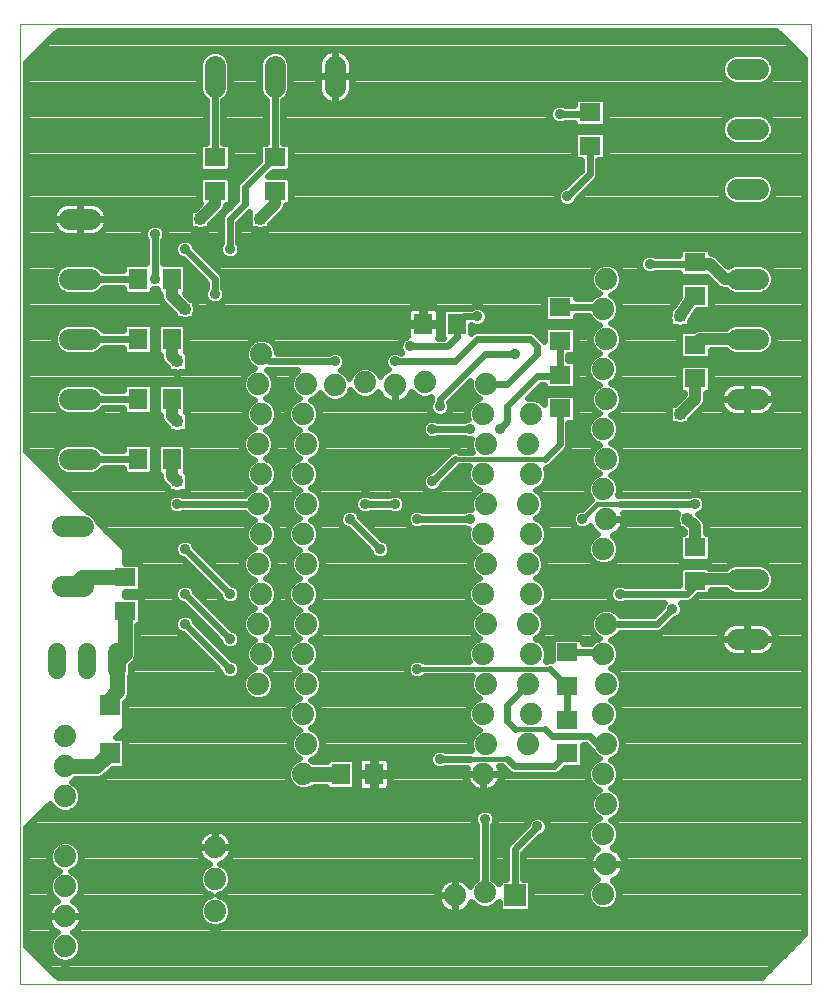
<source format=gbl>
G75*
%MOIN*%
%OFA0B0*%
%FSLAX25Y25*%
%IPPOS*%
%LPD*%
%AMOC8*
5,1,8,0,0,1.08239X$1,22.5*
%
%ADD10C,0.00000*%
%ADD11R,0.06693X0.07087*%
%ADD12C,0.07050*%
%ADD13R,0.06299X0.07087*%
%ADD14C,0.07400*%
%ADD15R,0.07400X0.07400*%
%ADD16C,0.06000*%
%ADD17R,0.07098X0.06299*%
%ADD18R,0.06299X0.07098*%
%ADD19C,0.02400*%
%ADD20C,0.05000*%
%ADD21C,0.04000*%
%ADD22R,0.03562X0.03562*%
%ADD23C,0.03562*%
%ADD24C,0.01600*%
%ADD25C,0.01500*%
D10*
X0073539Y0005833D02*
X0073539Y0325833D01*
X0337240Y0325833D01*
X0337240Y0005833D01*
X0073539Y0005833D01*
D11*
X0103539Y0082762D03*
X0103539Y0098904D03*
D12*
X0094564Y0138333D02*
X0087514Y0138333D01*
X0087514Y0158333D02*
X0094564Y0158333D01*
X0097064Y0180833D02*
X0090014Y0180833D01*
X0090014Y0200833D02*
X0097064Y0200833D01*
X0097064Y0220833D02*
X0090014Y0220833D01*
X0090014Y0240833D02*
X0097064Y0240833D01*
X0097064Y0260833D02*
X0090014Y0260833D01*
X0138539Y0304808D02*
X0138539Y0311858D01*
X0158539Y0311858D02*
X0158539Y0304808D01*
X0178539Y0304808D02*
X0178539Y0311858D01*
X0312514Y0310833D02*
X0319564Y0310833D01*
X0319564Y0290833D02*
X0312514Y0290833D01*
X0312514Y0270833D02*
X0319564Y0270833D01*
X0319564Y0240833D02*
X0312514Y0240833D01*
X0312514Y0220833D02*
X0319564Y0220833D01*
X0319564Y0200833D02*
X0312514Y0200833D01*
X0312514Y0140833D02*
X0319564Y0140833D01*
X0319564Y0120833D02*
X0312514Y0120833D01*
D13*
X0191551Y0075833D03*
X0180527Y0075833D03*
D14*
X0169039Y0085833D03*
X0168039Y0075833D03*
X0168039Y0095833D03*
X0169039Y0105833D03*
X0168039Y0115833D03*
X0169039Y0125833D03*
X0168039Y0135833D03*
X0169039Y0145833D03*
X0168039Y0155833D03*
X0169039Y0165833D03*
X0168039Y0175833D03*
X0169039Y0185833D03*
X0168039Y0195833D03*
X0169039Y0205833D03*
X0178539Y0205333D03*
X0188539Y0206333D03*
X0198539Y0205333D03*
X0208539Y0206333D03*
X0229039Y0205833D03*
X0228039Y0195833D03*
X0229039Y0185833D03*
X0228039Y0175833D03*
X0229039Y0165833D03*
X0228039Y0155833D03*
X0229039Y0145833D03*
X0228039Y0135833D03*
X0229039Y0125833D03*
X0228039Y0115833D03*
X0229039Y0105833D03*
X0228039Y0095833D03*
X0229039Y0085833D03*
X0228039Y0075833D03*
X0243039Y0085833D03*
X0244039Y0095833D03*
X0243039Y0105833D03*
X0244039Y0115833D03*
X0243039Y0125833D03*
X0244039Y0135833D03*
X0243039Y0145833D03*
X0244039Y0155833D03*
X0243039Y0165833D03*
X0244039Y0175833D03*
X0243039Y0185833D03*
X0244039Y0195833D03*
X0268039Y0190833D03*
X0269039Y0180833D03*
X0268039Y0170833D03*
X0269039Y0160833D03*
X0268039Y0150833D03*
X0269039Y0125833D03*
X0268039Y0115833D03*
X0269039Y0105833D03*
X0268039Y0095833D03*
X0269039Y0085833D03*
X0268039Y0075833D03*
X0269039Y0065833D03*
X0268039Y0055833D03*
X0269039Y0045833D03*
X0268039Y0035833D03*
X0228539Y0036333D03*
X0218539Y0035333D03*
X0153039Y0105833D03*
X0154039Y0115833D03*
X0153039Y0125833D03*
X0154039Y0135833D03*
X0153039Y0145833D03*
X0154039Y0155833D03*
X0153039Y0165833D03*
X0154039Y0175833D03*
X0153039Y0185833D03*
X0154039Y0195833D03*
X0153039Y0205833D03*
X0154039Y0215833D03*
X0268039Y0210833D03*
X0269039Y0200833D03*
X0269039Y0220833D03*
X0268039Y0230833D03*
X0269039Y0240833D03*
X0088539Y0088333D03*
X0088539Y0078333D03*
X0088539Y0068333D03*
X0088539Y0048333D03*
X0088539Y0038333D03*
X0088539Y0028333D03*
X0088539Y0018333D03*
X0138539Y0030133D03*
X0138539Y0040833D03*
X0138539Y0051533D03*
D15*
X0238539Y0035333D03*
D16*
X0106039Y0110333D02*
X0106039Y0116333D01*
X0096039Y0116333D02*
X0096039Y0110333D01*
X0086039Y0110333D02*
X0086039Y0116333D01*
D17*
X0108539Y0130235D03*
X0108539Y0141432D03*
X0138539Y0270235D03*
X0138539Y0281432D03*
X0158539Y0281432D03*
X0158539Y0270235D03*
X0253539Y0231432D03*
X0253539Y0220235D03*
X0253539Y0208932D03*
X0253539Y0197735D03*
X0298539Y0207735D03*
X0298539Y0218932D03*
X0298539Y0235235D03*
X0298539Y0246432D03*
X0263539Y0285235D03*
X0263539Y0296432D03*
X0298539Y0151432D03*
X0298539Y0140235D03*
X0256039Y0116432D03*
X0256039Y0105235D03*
X0256039Y0093932D03*
X0256039Y0082735D03*
D18*
X0124138Y0180833D03*
X0112941Y0180833D03*
X0112941Y0200833D03*
X0124138Y0200833D03*
X0124138Y0220833D03*
X0112941Y0220833D03*
X0112941Y0240833D03*
X0124138Y0240833D03*
X0207941Y0225833D03*
X0219138Y0225833D03*
D19*
X0219138Y0221432D01*
X0216039Y0218333D01*
X0203539Y0218333D01*
X0200364Y0216902D02*
X0159439Y0216902D01*
X0159439Y0216907D02*
X0158617Y0218892D01*
X0157098Y0220411D01*
X0155113Y0221233D01*
X0152965Y0221233D01*
X0150980Y0220411D01*
X0149461Y0218892D01*
X0148639Y0216907D01*
X0148639Y0214759D01*
X0149461Y0212774D01*
X0150980Y0211255D01*
X0151499Y0211040D01*
X0149980Y0210411D01*
X0148461Y0208892D01*
X0147639Y0206907D01*
X0147639Y0204759D01*
X0148461Y0202774D01*
X0149980Y0201255D01*
X0151499Y0200626D01*
X0150980Y0200411D01*
X0149461Y0198892D01*
X0148639Y0196907D01*
X0148639Y0194759D01*
X0149461Y0192774D01*
X0150980Y0191255D01*
X0151499Y0191040D01*
X0149980Y0190411D01*
X0148461Y0188892D01*
X0147639Y0186907D01*
X0147639Y0184759D01*
X0148461Y0182774D01*
X0149980Y0181255D01*
X0151499Y0180626D01*
X0150980Y0180411D01*
X0149461Y0178892D01*
X0148639Y0176907D01*
X0148639Y0174759D01*
X0149461Y0172774D01*
X0150980Y0171255D01*
X0151499Y0171040D01*
X0149980Y0170411D01*
X0148461Y0168892D01*
X0148395Y0168733D01*
X0128062Y0168733D01*
X0128011Y0168784D01*
X0126732Y0169314D01*
X0125347Y0169314D01*
X0124067Y0168784D01*
X0123088Y0167805D01*
X0122558Y0166526D01*
X0122558Y0165141D01*
X0123088Y0163861D01*
X0124067Y0162882D01*
X0125347Y0162352D01*
X0126732Y0162352D01*
X0128011Y0162882D01*
X0128062Y0162933D01*
X0148395Y0162933D01*
X0148461Y0162774D01*
X0149980Y0161255D01*
X0151499Y0160626D01*
X0150980Y0160411D01*
X0149461Y0158892D01*
X0148639Y0156907D01*
X0148639Y0154759D01*
X0149461Y0152774D01*
X0150980Y0151255D01*
X0151499Y0151040D01*
X0149980Y0150411D01*
X0148461Y0148892D01*
X0147639Y0146907D01*
X0147639Y0144759D01*
X0148461Y0142774D01*
X0149980Y0141255D01*
X0151499Y0140626D01*
X0150980Y0140411D01*
X0149461Y0138892D01*
X0148639Y0136907D01*
X0148639Y0134759D01*
X0149461Y0132774D01*
X0150980Y0131255D01*
X0151499Y0131040D01*
X0149980Y0130411D01*
X0148461Y0128892D01*
X0147639Y0126907D01*
X0147639Y0124759D01*
X0148461Y0122774D01*
X0149980Y0121255D01*
X0151499Y0120626D01*
X0150980Y0120411D01*
X0149461Y0118892D01*
X0148639Y0116907D01*
X0148639Y0114759D01*
X0149461Y0112774D01*
X0150980Y0111255D01*
X0151499Y0111040D01*
X0149980Y0110411D01*
X0148461Y0108892D01*
X0147639Y0106907D01*
X0147639Y0104759D01*
X0148461Y0102774D01*
X0149980Y0101255D01*
X0151965Y0100433D01*
X0154113Y0100433D01*
X0156098Y0101255D01*
X0157617Y0102774D01*
X0158439Y0104759D01*
X0158439Y0106907D01*
X0157617Y0108892D01*
X0156098Y0110411D01*
X0155579Y0110626D01*
X0157098Y0111255D01*
X0158617Y0112774D01*
X0159439Y0114759D01*
X0159439Y0116907D01*
X0158617Y0118892D01*
X0157098Y0120411D01*
X0155579Y0121040D01*
X0156098Y0121255D01*
X0157617Y0122774D01*
X0158439Y0124759D01*
X0158439Y0126907D01*
X0157617Y0128892D01*
X0156098Y0130411D01*
X0155579Y0130626D01*
X0157098Y0131255D01*
X0158617Y0132774D01*
X0159439Y0134759D01*
X0159439Y0136907D01*
X0158617Y0138892D01*
X0157098Y0140411D01*
X0155579Y0141040D01*
X0156098Y0141255D01*
X0157617Y0142774D01*
X0158439Y0144759D01*
X0158439Y0146907D01*
X0157617Y0148892D01*
X0156098Y0150411D01*
X0155579Y0150626D01*
X0157098Y0151255D01*
X0158617Y0152774D01*
X0159439Y0154759D01*
X0159439Y0156907D01*
X0158617Y0158892D01*
X0157098Y0160411D01*
X0155579Y0161040D01*
X0156098Y0161255D01*
X0157617Y0162774D01*
X0158439Y0164759D01*
X0158439Y0166907D01*
X0157617Y0168892D01*
X0156098Y0170411D01*
X0155579Y0170626D01*
X0157098Y0171255D01*
X0158617Y0172774D01*
X0159439Y0174759D01*
X0159439Y0176907D01*
X0158617Y0178892D01*
X0157098Y0180411D01*
X0155579Y0181040D01*
X0156098Y0181255D01*
X0157617Y0182774D01*
X0158439Y0184759D01*
X0158439Y0186907D01*
X0157617Y0188892D01*
X0156098Y0190411D01*
X0155579Y0190626D01*
X0157098Y0191255D01*
X0158617Y0192774D01*
X0159439Y0194759D01*
X0159439Y0196907D01*
X0158617Y0198892D01*
X0157098Y0200411D01*
X0155579Y0201040D01*
X0156098Y0201255D01*
X0157617Y0202774D01*
X0158439Y0204759D01*
X0158439Y0206907D01*
X0157617Y0208892D01*
X0156098Y0210411D01*
X0156045Y0210433D01*
X0166034Y0210433D01*
X0165980Y0210411D01*
X0164461Y0208892D01*
X0163639Y0206907D01*
X0163639Y0204759D01*
X0164461Y0202774D01*
X0165980Y0201255D01*
X0166499Y0201040D01*
X0164980Y0200411D01*
X0163461Y0198892D01*
X0162639Y0196907D01*
X0162639Y0194759D01*
X0163461Y0192774D01*
X0164980Y0191255D01*
X0166499Y0190626D01*
X0165980Y0190411D01*
X0164461Y0188892D01*
X0163639Y0186907D01*
X0163639Y0184759D01*
X0164461Y0182774D01*
X0165980Y0181255D01*
X0166499Y0181040D01*
X0164980Y0180411D01*
X0163461Y0178892D01*
X0162639Y0176907D01*
X0162639Y0174759D01*
X0163461Y0172774D01*
X0164980Y0171255D01*
X0166499Y0170626D01*
X0165980Y0170411D01*
X0164461Y0168892D01*
X0163639Y0166907D01*
X0163639Y0164759D01*
X0164461Y0162774D01*
X0165980Y0161255D01*
X0166499Y0161040D01*
X0164980Y0160411D01*
X0163461Y0158892D01*
X0162639Y0156907D01*
X0162639Y0154759D01*
X0163461Y0152774D01*
X0164980Y0151255D01*
X0166499Y0150626D01*
X0165980Y0150411D01*
X0164461Y0148892D01*
X0163639Y0146907D01*
X0163639Y0144759D01*
X0164461Y0142774D01*
X0165980Y0141255D01*
X0166499Y0141040D01*
X0164980Y0140411D01*
X0163461Y0138892D01*
X0162639Y0136907D01*
X0162639Y0134759D01*
X0163461Y0132774D01*
X0164980Y0131255D01*
X0166499Y0130626D01*
X0165980Y0130411D01*
X0164461Y0128892D01*
X0163639Y0126907D01*
X0163639Y0124759D01*
X0164461Y0122774D01*
X0165980Y0121255D01*
X0166499Y0121040D01*
X0164980Y0120411D01*
X0163461Y0118892D01*
X0162639Y0116907D01*
X0162639Y0114759D01*
X0163461Y0112774D01*
X0164980Y0111255D01*
X0166499Y0110626D01*
X0165980Y0110411D01*
X0164461Y0108892D01*
X0163639Y0106907D01*
X0163639Y0104759D01*
X0164461Y0102774D01*
X0165980Y0101255D01*
X0166499Y0101040D01*
X0164980Y0100411D01*
X0163461Y0098892D01*
X0162639Y0096907D01*
X0162639Y0094759D01*
X0163461Y0092774D01*
X0164980Y0091255D01*
X0166499Y0090626D01*
X0165980Y0090411D01*
X0164461Y0088892D01*
X0163639Y0086907D01*
X0163639Y0084759D01*
X0164461Y0082774D01*
X0165980Y0081255D01*
X0166499Y0081040D01*
X0164980Y0080411D01*
X0163461Y0078892D01*
X0162639Y0076907D01*
X0162639Y0074759D01*
X0163461Y0072774D01*
X0164980Y0071255D01*
X0166965Y0070433D01*
X0169113Y0070433D01*
X0171098Y0071255D01*
X0171476Y0071633D01*
X0175678Y0071633D01*
X0175678Y0071586D01*
X0176674Y0070590D01*
X0184381Y0070590D01*
X0185377Y0071586D01*
X0185377Y0080081D01*
X0184381Y0081077D01*
X0176674Y0081077D01*
X0175678Y0080081D01*
X0175678Y0080033D01*
X0171476Y0080033D01*
X0171098Y0080411D01*
X0170579Y0080626D01*
X0172098Y0081255D01*
X0173617Y0082774D01*
X0174439Y0084759D01*
X0174439Y0086907D01*
X0173617Y0088892D01*
X0172098Y0090411D01*
X0170579Y0091040D01*
X0171098Y0091255D01*
X0172617Y0092774D01*
X0173439Y0094759D01*
X0173439Y0096907D01*
X0172617Y0098892D01*
X0171098Y0100411D01*
X0170579Y0100626D01*
X0172098Y0101255D01*
X0173617Y0102774D01*
X0174439Y0104759D01*
X0174439Y0106907D01*
X0173617Y0108892D01*
X0172098Y0110411D01*
X0170579Y0111040D01*
X0171098Y0111255D01*
X0172617Y0112774D01*
X0173439Y0114759D01*
X0173439Y0116907D01*
X0172617Y0118892D01*
X0171098Y0120411D01*
X0170579Y0120626D01*
X0172098Y0121255D01*
X0173617Y0122774D01*
X0174439Y0124759D01*
X0174439Y0126907D01*
X0173617Y0128892D01*
X0172098Y0130411D01*
X0170579Y0131040D01*
X0171098Y0131255D01*
X0172617Y0132774D01*
X0173439Y0134759D01*
X0173439Y0136907D01*
X0172617Y0138892D01*
X0171098Y0140411D01*
X0170579Y0140626D01*
X0172098Y0141255D01*
X0173617Y0142774D01*
X0174439Y0144759D01*
X0174439Y0146907D01*
X0173617Y0148892D01*
X0172098Y0150411D01*
X0170579Y0151040D01*
X0171098Y0151255D01*
X0172617Y0152774D01*
X0173439Y0154759D01*
X0173439Y0156907D01*
X0172617Y0158892D01*
X0171098Y0160411D01*
X0170579Y0160626D01*
X0172098Y0161255D01*
X0173617Y0162774D01*
X0174439Y0164759D01*
X0174439Y0166907D01*
X0173617Y0168892D01*
X0172098Y0170411D01*
X0170579Y0171040D01*
X0171098Y0171255D01*
X0172617Y0172774D01*
X0173439Y0174759D01*
X0173439Y0176907D01*
X0172617Y0178892D01*
X0171098Y0180411D01*
X0170579Y0180626D01*
X0172098Y0181255D01*
X0173617Y0182774D01*
X0174439Y0184759D01*
X0174439Y0186907D01*
X0173617Y0188892D01*
X0172098Y0190411D01*
X0170579Y0191040D01*
X0171098Y0191255D01*
X0172617Y0192774D01*
X0173439Y0194759D01*
X0173439Y0196907D01*
X0172617Y0198892D01*
X0171098Y0200411D01*
X0170579Y0200626D01*
X0172098Y0201255D01*
X0173617Y0202774D01*
X0173686Y0202940D01*
X0173961Y0202274D01*
X0175480Y0200755D01*
X0177465Y0199933D01*
X0179613Y0199933D01*
X0181598Y0200755D01*
X0183117Y0202274D01*
X0183746Y0203794D01*
X0183961Y0203274D01*
X0185480Y0201755D01*
X0187465Y0200933D01*
X0189613Y0200933D01*
X0191598Y0201755D01*
X0193032Y0203190D01*
X0193071Y0203069D01*
X0193493Y0202241D01*
X0194039Y0201490D01*
X0194696Y0200833D01*
X0195447Y0200287D01*
X0196274Y0199866D01*
X0197158Y0199579D01*
X0198075Y0199433D01*
X0198539Y0199433D01*
X0198539Y0205333D01*
X0198539Y0205333D01*
X0198539Y0199433D01*
X0199004Y0199433D01*
X0199921Y0199579D01*
X0200804Y0199866D01*
X0201631Y0200287D01*
X0202383Y0200833D01*
X0203039Y0201490D01*
X0203585Y0202241D01*
X0204007Y0203069D01*
X0204046Y0203190D01*
X0205480Y0201755D01*
X0207465Y0200933D01*
X0209613Y0200933D01*
X0210639Y0201358D01*
X0210639Y0200356D01*
X0210588Y0200305D01*
X0210058Y0199026D01*
X0210058Y0197641D01*
X0210588Y0196361D01*
X0211567Y0195382D01*
X0212847Y0194852D01*
X0214232Y0194852D01*
X0215511Y0195382D01*
X0216490Y0196361D01*
X0217020Y0197641D01*
X0217020Y0199026D01*
X0216672Y0199865D01*
X0223639Y0206832D01*
X0223639Y0204759D01*
X0224461Y0202774D01*
X0225980Y0201255D01*
X0226499Y0201040D01*
X0224980Y0200411D01*
X0223461Y0198892D01*
X0222639Y0196907D01*
X0222639Y0194759D01*
X0222827Y0194306D01*
X0221567Y0193784D01*
X0221516Y0193733D01*
X0213062Y0193733D01*
X0213011Y0193784D01*
X0211732Y0194314D01*
X0210347Y0194314D01*
X0209067Y0193784D01*
X0208088Y0192805D01*
X0207558Y0191526D01*
X0207558Y0190141D01*
X0208088Y0188861D01*
X0209067Y0187882D01*
X0210347Y0187352D01*
X0211732Y0187352D01*
X0213011Y0187882D01*
X0213062Y0187933D01*
X0221516Y0187933D01*
X0221567Y0187882D01*
X0222847Y0187352D01*
X0223823Y0187352D01*
X0223639Y0186907D01*
X0223639Y0184759D01*
X0224251Y0183283D01*
X0220190Y0183283D01*
X0220182Y0183292D01*
X0219116Y0183733D01*
X0217962Y0183733D01*
X0216896Y0183292D01*
X0210419Y0176814D01*
X0210347Y0176814D01*
X0209067Y0176284D01*
X0208088Y0175305D01*
X0207558Y0174026D01*
X0207558Y0172641D01*
X0208088Y0171361D01*
X0209067Y0170382D01*
X0210347Y0169852D01*
X0211732Y0169852D01*
X0213011Y0170382D01*
X0213990Y0171361D01*
X0214520Y0172641D01*
X0214520Y0172713D01*
X0220190Y0178383D01*
X0223251Y0178383D01*
X0222639Y0176907D01*
X0222639Y0174759D01*
X0223461Y0172774D01*
X0224980Y0171255D01*
X0226499Y0170626D01*
X0225980Y0170411D01*
X0224461Y0168892D01*
X0223639Y0166907D01*
X0223639Y0164759D01*
X0223823Y0164314D01*
X0222847Y0164314D01*
X0221567Y0163784D01*
X0221516Y0163733D01*
X0208062Y0163733D01*
X0208011Y0163784D01*
X0206732Y0164314D01*
X0205347Y0164314D01*
X0204067Y0163784D01*
X0203088Y0162805D01*
X0202558Y0161526D01*
X0202558Y0160141D01*
X0203088Y0158861D01*
X0204067Y0157882D01*
X0205347Y0157352D01*
X0206732Y0157352D01*
X0208011Y0157882D01*
X0208062Y0157933D01*
X0221516Y0157933D01*
X0221567Y0157882D01*
X0222827Y0157360D01*
X0222639Y0156907D01*
X0222639Y0154759D01*
X0223461Y0152774D01*
X0224980Y0151255D01*
X0226499Y0150626D01*
X0225980Y0150411D01*
X0224461Y0148892D01*
X0223639Y0146907D01*
X0223639Y0144759D01*
X0224461Y0142774D01*
X0225980Y0141255D01*
X0226499Y0141040D01*
X0224980Y0140411D01*
X0223461Y0138892D01*
X0222639Y0136907D01*
X0222639Y0134759D01*
X0223461Y0132774D01*
X0224980Y0131255D01*
X0226499Y0130626D01*
X0225980Y0130411D01*
X0224461Y0128892D01*
X0223639Y0126907D01*
X0223639Y0124759D01*
X0224461Y0122774D01*
X0225980Y0121255D01*
X0226499Y0121040D01*
X0224980Y0120411D01*
X0223461Y0118892D01*
X0222639Y0116907D01*
X0222639Y0114759D01*
X0223230Y0113333D01*
X0208462Y0113333D01*
X0208011Y0113784D01*
X0206732Y0114314D01*
X0205347Y0114314D01*
X0204067Y0113784D01*
X0203088Y0112805D01*
X0202558Y0111526D01*
X0202558Y0110141D01*
X0203088Y0108861D01*
X0204067Y0107882D01*
X0205347Y0107352D01*
X0206732Y0107352D01*
X0208011Y0107882D01*
X0208462Y0108333D01*
X0224230Y0108333D01*
X0223639Y0106907D01*
X0223639Y0104759D01*
X0224461Y0102774D01*
X0225980Y0101255D01*
X0226499Y0101040D01*
X0224980Y0100411D01*
X0223461Y0098892D01*
X0222639Y0096907D01*
X0222639Y0094759D01*
X0223461Y0092774D01*
X0224980Y0091255D01*
X0226499Y0090626D01*
X0225980Y0090411D01*
X0224461Y0088892D01*
X0223639Y0086907D01*
X0223639Y0084759D01*
X0224064Y0083733D01*
X0215562Y0083733D01*
X0215511Y0083784D01*
X0214232Y0084314D01*
X0212847Y0084314D01*
X0211567Y0083784D01*
X0210588Y0082805D01*
X0210058Y0081526D01*
X0210058Y0080141D01*
X0210588Y0078861D01*
X0211567Y0077882D01*
X0212847Y0077352D01*
X0214232Y0077352D01*
X0215511Y0077882D01*
X0215562Y0077933D01*
X0222518Y0077933D01*
X0222284Y0077215D01*
X0222139Y0076298D01*
X0222139Y0075833D01*
X0222139Y0075369D01*
X0222284Y0074452D01*
X0222571Y0073569D01*
X0222993Y0072741D01*
X0223539Y0071990D01*
X0224196Y0071333D01*
X0224947Y0070787D01*
X0225774Y0070366D01*
X0226658Y0070079D01*
X0227575Y0069933D01*
X0228039Y0069933D01*
X0228039Y0075833D01*
X0228039Y0075833D01*
X0222139Y0075833D01*
X0228039Y0075833D01*
X0228039Y0075833D01*
X0228039Y0069933D01*
X0228504Y0069933D01*
X0229421Y0070079D01*
X0230304Y0070366D01*
X0231131Y0070787D01*
X0231883Y0071333D01*
X0232539Y0071990D01*
X0233085Y0072741D01*
X0233507Y0073569D01*
X0233794Y0074452D01*
X0233939Y0075369D01*
X0233939Y0075833D01*
X0228039Y0075833D01*
X0228039Y0075833D01*
X0233939Y0075833D01*
X0233939Y0076298D01*
X0233794Y0077215D01*
X0233507Y0078098D01*
X0233362Y0078383D01*
X0234388Y0078383D01*
X0236081Y0076691D01*
X0236896Y0075875D01*
X0237962Y0075433D01*
X0252214Y0075433D01*
X0253280Y0075875D01*
X0255291Y0077885D01*
X0260293Y0077885D01*
X0261288Y0078881D01*
X0261288Y0085433D01*
X0262338Y0085433D01*
X0264083Y0083689D01*
X0264461Y0082774D01*
X0265980Y0081255D01*
X0266499Y0081040D01*
X0264980Y0080411D01*
X0263461Y0078892D01*
X0262639Y0076907D01*
X0262639Y0074759D01*
X0263461Y0072774D01*
X0264980Y0071255D01*
X0266499Y0070626D01*
X0265980Y0070411D01*
X0264461Y0068892D01*
X0263639Y0066907D01*
X0263639Y0064759D01*
X0264461Y0062774D01*
X0265980Y0061255D01*
X0266499Y0061040D01*
X0264980Y0060411D01*
X0263461Y0058892D01*
X0262639Y0056907D01*
X0262639Y0054759D01*
X0263461Y0052774D01*
X0264980Y0051255D01*
X0265926Y0050864D01*
X0265196Y0050334D01*
X0264539Y0049677D01*
X0263993Y0048926D01*
X0263571Y0048098D01*
X0263284Y0047215D01*
X0263139Y0046298D01*
X0263139Y0045833D01*
X0263139Y0045369D01*
X0263284Y0044452D01*
X0263571Y0043569D01*
X0263993Y0042741D01*
X0264539Y0041990D01*
X0265196Y0041333D01*
X0265926Y0040803D01*
X0264980Y0040411D01*
X0263461Y0038892D01*
X0262639Y0036907D01*
X0262639Y0034759D01*
X0263461Y0032774D01*
X0264980Y0031255D01*
X0266965Y0030433D01*
X0269113Y0030433D01*
X0271098Y0031255D01*
X0272617Y0032774D01*
X0273439Y0034759D01*
X0273439Y0036907D01*
X0272617Y0038892D01*
X0271183Y0040326D01*
X0271304Y0040366D01*
X0272131Y0040787D01*
X0272883Y0041333D01*
X0273539Y0041990D01*
X0274085Y0042741D01*
X0274507Y0043569D01*
X0274794Y0044452D01*
X0274939Y0045369D01*
X0274939Y0045833D01*
X0269039Y0045833D01*
X0263139Y0045833D01*
X0269039Y0045833D01*
X0269039Y0045833D01*
X0269039Y0045833D01*
X0274939Y0045833D01*
X0274939Y0046298D01*
X0274794Y0047215D01*
X0274507Y0048098D01*
X0274085Y0048926D01*
X0273539Y0049677D01*
X0272883Y0050334D01*
X0272131Y0050879D01*
X0271304Y0051301D01*
X0271183Y0051340D01*
X0272617Y0052774D01*
X0273439Y0054759D01*
X0273439Y0056907D01*
X0272617Y0058892D01*
X0271098Y0060411D01*
X0270579Y0060626D01*
X0272098Y0061255D01*
X0273617Y0062774D01*
X0274439Y0064759D01*
X0274439Y0066907D01*
X0273617Y0068892D01*
X0272098Y0070411D01*
X0270579Y0071040D01*
X0271098Y0071255D01*
X0272617Y0072774D01*
X0273439Y0074759D01*
X0273439Y0076907D01*
X0272617Y0078892D01*
X0271098Y0080411D01*
X0270579Y0080626D01*
X0272098Y0081255D01*
X0273617Y0082774D01*
X0274439Y0084759D01*
X0274439Y0086907D01*
X0273617Y0088892D01*
X0272098Y0090411D01*
X0270579Y0091040D01*
X0271098Y0091255D01*
X0272617Y0092774D01*
X0273439Y0094759D01*
X0273439Y0096907D01*
X0272617Y0098892D01*
X0271098Y0100411D01*
X0270579Y0100626D01*
X0272098Y0101255D01*
X0273617Y0102774D01*
X0274439Y0104759D01*
X0274439Y0106907D01*
X0273617Y0108892D01*
X0272098Y0110411D01*
X0270579Y0111040D01*
X0271098Y0111255D01*
X0272617Y0112774D01*
X0273439Y0114759D01*
X0273439Y0116907D01*
X0272617Y0118892D01*
X0271098Y0120411D01*
X0270579Y0120626D01*
X0272098Y0121255D01*
X0273617Y0122774D01*
X0273683Y0122933D01*
X0286616Y0122933D01*
X0287682Y0123375D01*
X0288498Y0124191D01*
X0291659Y0127352D01*
X0291732Y0127352D01*
X0293011Y0127882D01*
X0293990Y0128861D01*
X0294520Y0130141D01*
X0294520Y0131526D01*
X0293990Y0132805D01*
X0293862Y0132933D01*
X0296616Y0132933D01*
X0297682Y0133375D01*
X0299692Y0135385D01*
X0302793Y0135385D01*
X0303788Y0136381D01*
X0303788Y0137133D01*
X0308825Y0137133D01*
X0309554Y0136404D01*
X0311475Y0135608D01*
X0320603Y0135608D01*
X0322524Y0136404D01*
X0323994Y0137874D01*
X0324789Y0139794D01*
X0324789Y0141873D01*
X0323994Y0143793D01*
X0322524Y0145263D01*
X0320603Y0146058D01*
X0311475Y0146058D01*
X0309554Y0145263D01*
X0308825Y0144533D01*
X0303344Y0144533D01*
X0302793Y0145084D01*
X0294286Y0145084D01*
X0293290Y0144089D01*
X0293290Y0138733D01*
X0275562Y0138733D01*
X0275511Y0138784D01*
X0274232Y0139314D01*
X0272847Y0139314D01*
X0271567Y0138784D01*
X0270588Y0137805D01*
X0270058Y0136526D01*
X0270058Y0135141D01*
X0270588Y0133861D01*
X0271567Y0132882D01*
X0272847Y0132352D01*
X0274232Y0132352D01*
X0275511Y0132882D01*
X0275562Y0132933D01*
X0288216Y0132933D01*
X0288088Y0132805D01*
X0287558Y0131526D01*
X0287558Y0131453D01*
X0284838Y0128733D01*
X0273683Y0128733D01*
X0273617Y0128892D01*
X0272098Y0130411D01*
X0270113Y0131233D01*
X0267965Y0131233D01*
X0265980Y0130411D01*
X0264461Y0128892D01*
X0263639Y0126907D01*
X0263639Y0124759D01*
X0264461Y0122774D01*
X0265980Y0121255D01*
X0266499Y0121040D01*
X0264980Y0120411D01*
X0263901Y0119332D01*
X0261288Y0119332D01*
X0261288Y0120286D01*
X0260293Y0121281D01*
X0251786Y0121281D01*
X0250790Y0120286D01*
X0250790Y0113733D01*
X0249864Y0113733D01*
X0248898Y0113333D01*
X0248849Y0113333D01*
X0249439Y0114759D01*
X0249439Y0116907D01*
X0248617Y0118892D01*
X0247098Y0120411D01*
X0245579Y0121040D01*
X0246098Y0121255D01*
X0247617Y0122774D01*
X0248439Y0124759D01*
X0248439Y0126907D01*
X0247617Y0128892D01*
X0246098Y0130411D01*
X0245579Y0130626D01*
X0247098Y0131255D01*
X0248617Y0132774D01*
X0249439Y0134759D01*
X0249439Y0136907D01*
X0248617Y0138892D01*
X0247098Y0140411D01*
X0245579Y0141040D01*
X0246098Y0141255D01*
X0247617Y0142774D01*
X0248439Y0144759D01*
X0248439Y0146907D01*
X0247617Y0148892D01*
X0246098Y0150411D01*
X0245579Y0150626D01*
X0247098Y0151255D01*
X0248617Y0152774D01*
X0249439Y0154759D01*
X0249439Y0156907D01*
X0248617Y0158892D01*
X0247098Y0160411D01*
X0245579Y0161040D01*
X0246098Y0161255D01*
X0247617Y0162774D01*
X0248439Y0164759D01*
X0248439Y0166907D01*
X0247617Y0168892D01*
X0246098Y0170411D01*
X0245579Y0170626D01*
X0247098Y0171255D01*
X0248617Y0172774D01*
X0249439Y0174759D01*
X0249439Y0176907D01*
X0249014Y0177933D01*
X0249116Y0177933D01*
X0250182Y0178375D01*
X0255998Y0184191D01*
X0256439Y0185256D01*
X0256439Y0192885D01*
X0257793Y0192885D01*
X0258788Y0193881D01*
X0258788Y0201589D01*
X0257793Y0202584D01*
X0249286Y0202584D01*
X0248290Y0201589D01*
X0248290Y0199219D01*
X0247098Y0200411D01*
X0245113Y0201233D01*
X0243040Y0201233D01*
X0247240Y0205433D01*
X0248290Y0205433D01*
X0248290Y0205078D01*
X0249286Y0204082D01*
X0257793Y0204082D01*
X0258788Y0205078D01*
X0258788Y0212786D01*
X0257793Y0213781D01*
X0256439Y0213781D01*
X0256439Y0215385D01*
X0257793Y0215385D01*
X0258788Y0216381D01*
X0258788Y0224089D01*
X0257793Y0225084D01*
X0249286Y0225084D01*
X0248290Y0224089D01*
X0248290Y0220184D01*
X0245998Y0222476D01*
X0245182Y0223292D01*
X0244116Y0223733D01*
X0225462Y0223733D01*
X0224396Y0223292D01*
X0223987Y0222883D01*
X0223987Y0225433D01*
X0224016Y0225433D01*
X0224067Y0225382D01*
X0225347Y0224852D01*
X0226732Y0224852D01*
X0228011Y0225382D01*
X0228990Y0226361D01*
X0229520Y0227641D01*
X0229520Y0229026D01*
X0228990Y0230305D01*
X0228011Y0231284D01*
X0226732Y0231814D01*
X0225347Y0231814D01*
X0224067Y0231284D01*
X0224016Y0231233D01*
X0221061Y0231233D01*
X0220697Y0231083D01*
X0215284Y0231083D01*
X0214288Y0230087D01*
X0214288Y0221580D01*
X0214635Y0221233D01*
X0213024Y0221233D01*
X0213140Y0221435D01*
X0213290Y0221994D01*
X0213290Y0225459D01*
X0208316Y0225459D01*
X0208316Y0226208D01*
X0213290Y0226208D01*
X0213290Y0229672D01*
X0213140Y0230232D01*
X0212851Y0230733D01*
X0212441Y0231143D01*
X0211940Y0231433D01*
X0211380Y0231583D01*
X0208316Y0231583D01*
X0208316Y0226208D01*
X0207566Y0226208D01*
X0207566Y0225459D01*
X0202591Y0225459D01*
X0202591Y0221994D01*
X0202660Y0221737D01*
X0201567Y0221284D01*
X0200588Y0220305D01*
X0200058Y0219026D01*
X0200058Y0217641D01*
X0200588Y0216361D01*
X0200716Y0216233D01*
X0200562Y0216233D01*
X0200511Y0216284D01*
X0199232Y0216814D01*
X0197847Y0216814D01*
X0196567Y0216284D01*
X0195588Y0215305D01*
X0195058Y0214026D01*
X0195058Y0212641D01*
X0195588Y0211361D01*
X0196191Y0210759D01*
X0195447Y0210379D01*
X0194696Y0209834D01*
X0194039Y0209177D01*
X0193509Y0208447D01*
X0193117Y0209392D01*
X0191598Y0210911D01*
X0189613Y0211733D01*
X0187465Y0211733D01*
X0185480Y0210911D01*
X0183961Y0209392D01*
X0183332Y0207873D01*
X0183117Y0208392D01*
X0181598Y0209911D01*
X0180486Y0210372D01*
X0180511Y0210382D01*
X0181490Y0211361D01*
X0182020Y0212641D01*
X0182020Y0214026D01*
X0181490Y0215305D01*
X0180511Y0216284D01*
X0179232Y0216814D01*
X0177847Y0216814D01*
X0176567Y0216284D01*
X0176516Y0216233D01*
X0159439Y0216233D01*
X0159439Y0216907D01*
X0158208Y0219301D02*
X0200172Y0219301D01*
X0202569Y0221699D02*
X0128987Y0221699D01*
X0128987Y0219301D02*
X0149870Y0219301D01*
X0148639Y0216902D02*
X0128987Y0216902D01*
X0128987Y0216580D02*
X0128873Y0216466D01*
X0129520Y0215819D01*
X0129520Y0214598D01*
X0129739Y0214069D01*
X0129739Y0212597D01*
X0129520Y0212069D01*
X0129520Y0210848D01*
X0128524Y0209852D01*
X0127304Y0209852D01*
X0126775Y0209633D01*
X0125303Y0209633D01*
X0124775Y0209852D01*
X0123554Y0209852D01*
X0122558Y0210848D01*
X0122558Y0211582D01*
X0121001Y0213139D01*
X0120438Y0214499D01*
X0120438Y0215584D01*
X0120284Y0215584D01*
X0119288Y0216580D01*
X0119288Y0225087D01*
X0120284Y0226083D01*
X0127991Y0226083D01*
X0128987Y0225087D01*
X0128987Y0216580D01*
X0129559Y0214504D02*
X0148745Y0214504D01*
X0150130Y0212105D02*
X0129535Y0212105D01*
X0126953Y0209707D02*
X0149276Y0209707D01*
X0147805Y0207308D02*
X0075739Y0207308D01*
X0075739Y0204910D02*
X0086701Y0204910D01*
X0087054Y0205263D02*
X0085585Y0203793D01*
X0084789Y0201873D01*
X0084789Y0199794D01*
X0085585Y0197874D01*
X0087054Y0196404D01*
X0088975Y0195608D01*
X0098103Y0195608D01*
X0100024Y0196404D01*
X0101494Y0197874D01*
X0101518Y0197933D01*
X0108091Y0197933D01*
X0108091Y0196580D01*
X0109087Y0195584D01*
X0116795Y0195584D01*
X0117790Y0196580D01*
X0117790Y0205087D01*
X0116795Y0206083D01*
X0109087Y0206083D01*
X0108091Y0205087D01*
X0108091Y0203733D01*
X0101518Y0203733D01*
X0101494Y0203793D01*
X0100024Y0205263D01*
X0098103Y0206058D01*
X0088975Y0206058D01*
X0087054Y0205263D01*
X0085054Y0202511D02*
X0075739Y0202511D01*
X0075739Y0200113D02*
X0084789Y0200113D01*
X0085744Y0197714D02*
X0075739Y0197714D01*
X0075739Y0195316D02*
X0120438Y0195316D01*
X0120438Y0195584D02*
X0120438Y0194499D01*
X0121001Y0193139D01*
X0122558Y0191582D01*
X0122558Y0190848D01*
X0123554Y0189852D01*
X0124775Y0189852D01*
X0125303Y0189633D01*
X0126775Y0189633D01*
X0127304Y0189852D01*
X0128524Y0189852D01*
X0129520Y0190848D01*
X0129520Y0192069D01*
X0129739Y0192597D01*
X0129739Y0194069D01*
X0129520Y0194598D01*
X0129520Y0195819D01*
X0128873Y0196466D01*
X0128987Y0196580D01*
X0128987Y0205087D01*
X0127991Y0206083D01*
X0120284Y0206083D01*
X0119288Y0205087D01*
X0119288Y0196580D01*
X0120284Y0195584D01*
X0120438Y0195584D01*
X0119288Y0197714D02*
X0117790Y0197714D01*
X0117790Y0200113D02*
X0119288Y0200113D01*
X0119288Y0202511D02*
X0117790Y0202511D01*
X0117790Y0204910D02*
X0119288Y0204910D01*
X0112941Y0200833D02*
X0093539Y0200833D01*
X0100377Y0204910D02*
X0108091Y0204910D01*
X0108091Y0197714D02*
X0101334Y0197714D01*
X0098103Y0186058D02*
X0088975Y0186058D01*
X0087054Y0185263D01*
X0085585Y0183793D01*
X0084789Y0181873D01*
X0084789Y0179794D01*
X0085585Y0177874D01*
X0087054Y0176404D01*
X0088975Y0175608D01*
X0098103Y0175608D01*
X0100024Y0176404D01*
X0101494Y0177874D01*
X0101518Y0177933D01*
X0108091Y0177933D01*
X0108091Y0176580D01*
X0109087Y0175584D01*
X0116795Y0175584D01*
X0117790Y0176580D01*
X0117790Y0185087D01*
X0116795Y0186083D01*
X0109087Y0186083D01*
X0108091Y0185087D01*
X0108091Y0183733D01*
X0101518Y0183733D01*
X0101494Y0183793D01*
X0100024Y0185263D01*
X0098103Y0186058D01*
X0098916Y0185722D02*
X0108726Y0185722D01*
X0112941Y0180833D02*
X0093539Y0180833D01*
X0099357Y0176128D02*
X0108543Y0176128D01*
X0117338Y0176128D02*
X0119740Y0176128D01*
X0119288Y0176580D02*
X0120284Y0175584D01*
X0120438Y0175584D01*
X0120438Y0174499D01*
X0121001Y0173139D01*
X0122558Y0171582D01*
X0122558Y0170848D01*
X0123554Y0169852D01*
X0124775Y0169852D01*
X0125303Y0169633D01*
X0126775Y0169633D01*
X0127304Y0169852D01*
X0128524Y0169852D01*
X0129520Y0170848D01*
X0129520Y0172069D01*
X0129739Y0172597D01*
X0129739Y0174069D01*
X0129520Y0174598D01*
X0129520Y0175819D01*
X0128873Y0176466D01*
X0128987Y0176580D01*
X0128987Y0185087D01*
X0127991Y0186083D01*
X0120284Y0186083D01*
X0119288Y0185087D01*
X0119288Y0176580D01*
X0119288Y0178526D02*
X0117790Y0178526D01*
X0117790Y0180925D02*
X0119288Y0180925D01*
X0119288Y0183323D02*
X0117790Y0183323D01*
X0117155Y0185722D02*
X0119923Y0185722D01*
X0122887Y0190519D02*
X0075739Y0190519D01*
X0075739Y0192917D02*
X0121223Y0192917D01*
X0129191Y0190519D02*
X0150240Y0190519D01*
X0149402Y0192917D02*
X0129739Y0192917D01*
X0129520Y0195316D02*
X0148639Y0195316D01*
X0148973Y0197714D02*
X0128987Y0197714D01*
X0128987Y0200113D02*
X0150682Y0200113D01*
X0148724Y0202511D02*
X0128987Y0202511D01*
X0128987Y0204910D02*
X0147639Y0204910D01*
X0157354Y0202511D02*
X0164724Y0202511D01*
X0164682Y0200113D02*
X0157397Y0200113D01*
X0159105Y0197714D02*
X0162973Y0197714D01*
X0162639Y0195316D02*
X0159439Y0195316D01*
X0158676Y0192917D02*
X0163402Y0192917D01*
X0166240Y0190519D02*
X0155839Y0190519D01*
X0157937Y0188120D02*
X0164142Y0188120D01*
X0163639Y0185722D02*
X0158439Y0185722D01*
X0157844Y0183323D02*
X0164234Y0183323D01*
X0166220Y0180925D02*
X0155858Y0180925D01*
X0158769Y0178526D02*
X0163310Y0178526D01*
X0162639Y0176128D02*
X0159439Y0176128D01*
X0159013Y0173729D02*
X0163066Y0173729D01*
X0164905Y0171331D02*
X0157173Y0171331D01*
X0157577Y0168932D02*
X0164501Y0168932D01*
X0163639Y0166534D02*
X0158439Y0166534D01*
X0158181Y0164135D02*
X0163898Y0164135D01*
X0165499Y0161737D02*
X0156579Y0161737D01*
X0158171Y0159338D02*
X0163907Y0159338D01*
X0162652Y0156940D02*
X0159426Y0156940D01*
X0159349Y0154541D02*
X0162730Y0154541D01*
X0164093Y0152143D02*
X0157985Y0152143D01*
X0156765Y0149744D02*
X0165313Y0149744D01*
X0163821Y0147345D02*
X0158258Y0147345D01*
X0158439Y0144947D02*
X0163639Y0144947D01*
X0164687Y0142548D02*
X0157391Y0142548D01*
X0157359Y0140150D02*
X0164719Y0140150D01*
X0162989Y0137751D02*
X0159090Y0137751D01*
X0159439Y0135353D02*
X0162639Y0135353D01*
X0163387Y0132954D02*
X0158692Y0132954D01*
X0155749Y0130556D02*
X0166330Y0130556D01*
X0164157Y0128157D02*
X0157921Y0128157D01*
X0158439Y0125759D02*
X0163639Y0125759D01*
X0164219Y0123360D02*
X0157860Y0123360D01*
X0155769Y0120962D02*
X0166310Y0120962D01*
X0163325Y0118563D02*
X0158753Y0118563D01*
X0159439Y0116165D02*
X0162639Y0116165D01*
X0163050Y0113766D02*
X0159028Y0113766D01*
X0157210Y0111368D02*
X0164868Y0111368D01*
X0164538Y0108969D02*
X0157540Y0108969D01*
X0158439Y0106571D02*
X0163639Y0106571D01*
X0163882Y0104172D02*
X0158196Y0104172D01*
X0156616Y0101774D02*
X0165462Y0101774D01*
X0163944Y0099375D02*
X0108586Y0099375D01*
X0108586Y0099940D02*
X0109600Y0100954D01*
X0110239Y0102498D01*
X0110239Y0108191D01*
X0110739Y0109398D01*
X0110739Y0112094D01*
X0112100Y0113454D01*
X0112739Y0114998D01*
X0112739Y0125385D01*
X0112793Y0125385D01*
X0113788Y0126381D01*
X0113788Y0134089D01*
X0112793Y0135084D01*
X0108539Y0135084D01*
X0108539Y0136582D01*
X0112793Y0136582D01*
X0113788Y0137578D01*
X0113788Y0145286D01*
X0112793Y0146281D01*
X0108539Y0146281D01*
X0108539Y0150833D01*
X0099640Y0159732D01*
X0098994Y0161293D01*
X0097524Y0162763D01*
X0095963Y0163409D01*
X0075739Y0183633D01*
X0075739Y0313033D01*
X0086339Y0323633D01*
X0325739Y0323633D01*
X0335040Y0314333D01*
X0335040Y0022334D01*
X0320739Y0008033D01*
X0086339Y0008033D01*
X0075739Y0018633D01*
X0075739Y0058033D01*
X0083674Y0065968D01*
X0083961Y0065274D01*
X0085480Y0063755D01*
X0087465Y0062933D01*
X0089613Y0062933D01*
X0091598Y0063755D01*
X0093117Y0065274D01*
X0093939Y0067259D01*
X0093939Y0069407D01*
X0093117Y0071392D01*
X0091598Y0072911D01*
X0090904Y0073199D01*
X0091365Y0073659D01*
X0091598Y0073755D01*
X0091976Y0074133D01*
X0099945Y0074133D01*
X0101489Y0074773D01*
X0104236Y0077519D01*
X0107590Y0077519D01*
X0108586Y0078515D01*
X0108586Y0087010D01*
X0107590Y0088006D01*
X0105712Y0088006D01*
X0108539Y0090833D01*
X0108539Y0094610D01*
X0108586Y0094657D01*
X0108586Y0099940D01*
X0109939Y0101774D02*
X0149462Y0101774D01*
X0147882Y0104172D02*
X0110239Y0104172D01*
X0110239Y0106571D02*
X0147639Y0106571D01*
X0145511Y0107882D02*
X0146490Y0108861D01*
X0147020Y0110141D01*
X0147020Y0111526D01*
X0146490Y0112805D01*
X0145511Y0113784D01*
X0144232Y0114314D01*
X0144159Y0114314D01*
X0132020Y0126453D01*
X0132020Y0126526D01*
X0131490Y0127805D01*
X0130511Y0128784D01*
X0129232Y0129314D01*
X0127847Y0129314D01*
X0126567Y0128784D01*
X0125588Y0127805D01*
X0125058Y0126526D01*
X0125058Y0125141D01*
X0125588Y0123861D01*
X0126567Y0122882D01*
X0127847Y0122352D01*
X0127919Y0122352D01*
X0140058Y0110213D01*
X0140058Y0110141D01*
X0140588Y0108861D01*
X0141567Y0107882D01*
X0142847Y0107352D01*
X0144232Y0107352D01*
X0145511Y0107882D01*
X0146535Y0108969D02*
X0148538Y0108969D01*
X0147020Y0111368D02*
X0150868Y0111368D01*
X0149050Y0113766D02*
X0145529Y0113766D01*
X0143539Y0110833D02*
X0128539Y0125833D01*
X0126089Y0123360D02*
X0112739Y0123360D01*
X0112739Y0120962D02*
X0129309Y0120962D01*
X0131708Y0118563D02*
X0112739Y0118563D01*
X0112739Y0116165D02*
X0134106Y0116165D01*
X0136505Y0113766D02*
X0112229Y0113766D01*
X0110739Y0111368D02*
X0138903Y0111368D01*
X0140543Y0108969D02*
X0110561Y0108969D01*
X0108586Y0096977D02*
X0162668Y0096977D01*
X0162714Y0094578D02*
X0108539Y0094578D01*
X0108539Y0092180D02*
X0164056Y0092180D01*
X0165350Y0089781D02*
X0107487Y0089781D01*
X0108213Y0087383D02*
X0163836Y0087383D01*
X0163639Y0084984D02*
X0108586Y0084984D01*
X0108586Y0082586D02*
X0164650Y0082586D01*
X0164756Y0080187D02*
X0108586Y0080187D01*
X0107859Y0077789D02*
X0163004Y0077789D01*
X0162639Y0075390D02*
X0102107Y0075390D01*
X0093448Y0070593D02*
X0166579Y0070593D01*
X0169499Y0070593D02*
X0176670Y0070593D01*
X0184384Y0070593D02*
X0186987Y0070593D01*
X0187051Y0070530D02*
X0187552Y0070240D01*
X0188112Y0070090D01*
X0191176Y0070090D01*
X0191176Y0075458D01*
X0191926Y0075458D01*
X0191926Y0070090D01*
X0194990Y0070090D01*
X0195550Y0070240D01*
X0196051Y0070530D01*
X0196461Y0070939D01*
X0196751Y0071441D01*
X0196901Y0072000D01*
X0196901Y0075459D01*
X0191926Y0075459D01*
X0191926Y0076208D01*
X0196901Y0076208D01*
X0196901Y0079666D01*
X0196751Y0080226D01*
X0196461Y0080727D01*
X0196051Y0081137D01*
X0195550Y0081427D01*
X0194990Y0081577D01*
X0191926Y0081577D01*
X0191926Y0076208D01*
X0191176Y0076208D01*
X0191176Y0075459D01*
X0186201Y0075459D01*
X0186201Y0072000D01*
X0186351Y0071441D01*
X0186641Y0070939D01*
X0187051Y0070530D01*
X0186201Y0072992D02*
X0185377Y0072992D01*
X0185377Y0075390D02*
X0186201Y0075390D01*
X0186201Y0076208D02*
X0191176Y0076208D01*
X0191176Y0081577D01*
X0188112Y0081577D01*
X0187552Y0081427D01*
X0187051Y0081137D01*
X0186641Y0080727D01*
X0186351Y0080226D01*
X0186201Y0079666D01*
X0186201Y0076208D01*
X0186201Y0077789D02*
X0185377Y0077789D01*
X0185271Y0080187D02*
X0186341Y0080187D01*
X0191176Y0080187D02*
X0191926Y0080187D01*
X0191926Y0077789D02*
X0191176Y0077789D01*
X0191176Y0075390D02*
X0191926Y0075390D01*
X0191926Y0072992D02*
X0191176Y0072992D01*
X0191176Y0070593D02*
X0191926Y0070593D01*
X0196115Y0070593D02*
X0225328Y0070593D01*
X0228039Y0070593D02*
X0228039Y0070593D01*
X0228039Y0072992D02*
X0228039Y0072992D01*
X0228039Y0075390D02*
X0228039Y0075390D01*
X0230751Y0070593D02*
X0266420Y0070593D01*
X0264172Y0068195D02*
X0093939Y0068195D01*
X0093333Y0065796D02*
X0263639Y0065796D01*
X0264203Y0063398D02*
X0230898Y0063398D01*
X0230511Y0063784D02*
X0229232Y0064314D01*
X0227847Y0064314D01*
X0226567Y0063784D01*
X0225588Y0062805D01*
X0225058Y0061526D01*
X0225058Y0060141D01*
X0225588Y0058861D01*
X0225639Y0058810D01*
X0225639Y0040977D01*
X0225480Y0040911D01*
X0223961Y0039392D01*
X0223570Y0038447D01*
X0223039Y0039177D01*
X0222383Y0039834D01*
X0221631Y0040379D01*
X0220804Y0040801D01*
X0219921Y0041088D01*
X0219004Y0041233D01*
X0218539Y0041233D01*
X0218075Y0041233D01*
X0217158Y0041088D01*
X0216274Y0040801D01*
X0215447Y0040379D01*
X0214696Y0039834D01*
X0214039Y0039177D01*
X0213493Y0038426D01*
X0213071Y0037598D01*
X0212784Y0036715D01*
X0212639Y0035798D01*
X0212639Y0035333D01*
X0212639Y0034869D01*
X0212784Y0033952D01*
X0213071Y0033069D01*
X0213493Y0032241D01*
X0214039Y0031490D01*
X0214696Y0030833D01*
X0215447Y0030287D01*
X0216274Y0029866D01*
X0217158Y0029579D01*
X0218075Y0029433D01*
X0218539Y0029433D01*
X0218539Y0035333D01*
X0218539Y0035333D01*
X0212639Y0035333D01*
X0218539Y0035333D01*
X0218539Y0035333D01*
X0218539Y0029433D01*
X0219004Y0029433D01*
X0219921Y0029579D01*
X0220804Y0029866D01*
X0221631Y0030287D01*
X0222383Y0030833D01*
X0223039Y0031490D01*
X0223585Y0032241D01*
X0224007Y0033069D01*
X0224046Y0033190D01*
X0225480Y0031755D01*
X0227465Y0030933D01*
X0229613Y0030933D01*
X0231598Y0031755D01*
X0233117Y0033274D01*
X0233139Y0033328D01*
X0233139Y0030929D01*
X0234135Y0029933D01*
X0242943Y0029933D01*
X0243939Y0030929D01*
X0243939Y0039737D01*
X0242943Y0040733D01*
X0241439Y0040733D01*
X0241439Y0049632D01*
X0246659Y0054852D01*
X0246732Y0054852D01*
X0248011Y0055382D01*
X0248990Y0056361D01*
X0249520Y0057641D01*
X0249520Y0059026D01*
X0248990Y0060305D01*
X0248011Y0061284D01*
X0246732Y0061814D01*
X0245347Y0061814D01*
X0244067Y0061284D01*
X0243088Y0060305D01*
X0242558Y0059026D01*
X0242558Y0058953D01*
X0236896Y0053292D01*
X0236081Y0052476D01*
X0235639Y0051410D01*
X0235639Y0040733D01*
X0234135Y0040733D01*
X0233139Y0039737D01*
X0233139Y0039339D01*
X0233117Y0039392D01*
X0231598Y0040911D01*
X0231439Y0040977D01*
X0231439Y0058810D01*
X0231490Y0058861D01*
X0232020Y0060141D01*
X0232020Y0061526D01*
X0231490Y0062805D01*
X0230511Y0063784D01*
X0232020Y0060999D02*
X0243782Y0060999D01*
X0242205Y0058601D02*
X0231439Y0058601D01*
X0231439Y0056202D02*
X0239807Y0056202D01*
X0237408Y0053804D02*
X0231439Y0053804D01*
X0231439Y0051405D02*
X0235639Y0051405D01*
X0235639Y0049007D02*
X0231439Y0049007D01*
X0231439Y0046608D02*
X0235639Y0046608D01*
X0235639Y0044210D02*
X0231439Y0044210D01*
X0231439Y0041811D02*
X0235639Y0041811D01*
X0233139Y0039412D02*
X0233097Y0039412D01*
X0228539Y0036333D02*
X0228539Y0060833D01*
X0226180Y0063398D02*
X0090734Y0063398D01*
X0086344Y0063398D02*
X0081103Y0063398D01*
X0078705Y0060999D02*
X0225058Y0060999D01*
X0225639Y0058601D02*
X0076306Y0058601D01*
X0075739Y0056202D02*
X0134927Y0056202D01*
X0134696Y0056034D02*
X0134039Y0055377D01*
X0133493Y0054626D01*
X0133071Y0053798D01*
X0132784Y0052915D01*
X0132639Y0051998D01*
X0132639Y0051533D01*
X0132639Y0051069D01*
X0132784Y0050152D01*
X0133071Y0049269D01*
X0133493Y0048441D01*
X0134039Y0047690D01*
X0134696Y0047033D01*
X0135447Y0046487D01*
X0136274Y0046066D01*
X0136715Y0045923D01*
X0135480Y0045411D01*
X0133961Y0043892D01*
X0133139Y0041907D01*
X0133139Y0039759D01*
X0133961Y0037774D01*
X0135480Y0036255D01*
X0137344Y0035483D01*
X0135480Y0034711D01*
X0133961Y0033192D01*
X0133139Y0031207D01*
X0133139Y0029059D01*
X0133961Y0027074D01*
X0135480Y0025555D01*
X0137465Y0024733D01*
X0139613Y0024733D01*
X0141598Y0025555D01*
X0143117Y0027074D01*
X0143939Y0029059D01*
X0143939Y0031207D01*
X0143117Y0033192D01*
X0141598Y0034711D01*
X0139734Y0035483D01*
X0141598Y0036255D01*
X0143117Y0037774D01*
X0143939Y0039759D01*
X0143939Y0041907D01*
X0143117Y0043892D01*
X0141598Y0045411D01*
X0140364Y0045923D01*
X0140804Y0046066D01*
X0141631Y0046487D01*
X0142383Y0047033D01*
X0143039Y0047690D01*
X0143585Y0048441D01*
X0144007Y0049269D01*
X0144294Y0050152D01*
X0144439Y0051069D01*
X0144439Y0051533D01*
X0138539Y0051533D01*
X0132639Y0051533D01*
X0138539Y0051533D01*
X0138539Y0051533D01*
X0138539Y0051533D01*
X0138539Y0057433D01*
X0138075Y0057433D01*
X0137158Y0057288D01*
X0136274Y0057001D01*
X0135447Y0056579D01*
X0134696Y0056034D01*
X0133074Y0053804D02*
X0075739Y0053804D01*
X0075739Y0051405D02*
X0083974Y0051405D01*
X0083961Y0051392D02*
X0083139Y0049407D01*
X0083139Y0047259D01*
X0083961Y0045274D01*
X0085480Y0043755D01*
X0086499Y0043333D01*
X0085480Y0042911D01*
X0083961Y0041392D01*
X0083139Y0039407D01*
X0083139Y0037259D01*
X0083961Y0035274D01*
X0085480Y0033755D01*
X0085869Y0033594D01*
X0085447Y0033379D01*
X0084696Y0032834D01*
X0084039Y0032177D01*
X0083493Y0031426D01*
X0083071Y0030598D01*
X0082784Y0029715D01*
X0082639Y0028798D01*
X0082639Y0028333D01*
X0082639Y0027869D01*
X0082784Y0026952D01*
X0083071Y0026069D01*
X0083493Y0025241D01*
X0084039Y0024490D01*
X0084696Y0023833D01*
X0085447Y0023287D01*
X0085869Y0023072D01*
X0085480Y0022911D01*
X0083961Y0021392D01*
X0083139Y0019407D01*
X0083139Y0017259D01*
X0083961Y0015274D01*
X0085480Y0013755D01*
X0087465Y0012933D01*
X0089613Y0012933D01*
X0091598Y0013755D01*
X0093117Y0015274D01*
X0093939Y0017259D01*
X0093939Y0019407D01*
X0093117Y0021392D01*
X0091598Y0022911D01*
X0091209Y0023072D01*
X0091631Y0023287D01*
X0092383Y0023833D01*
X0093039Y0024490D01*
X0093585Y0025241D01*
X0094007Y0026069D01*
X0094294Y0026952D01*
X0094439Y0027869D01*
X0094439Y0028333D01*
X0088539Y0028333D01*
X0082639Y0028333D01*
X0088539Y0028333D01*
X0088539Y0028333D01*
X0088539Y0028333D01*
X0094439Y0028333D01*
X0094439Y0028798D01*
X0094294Y0029715D01*
X0094007Y0030598D01*
X0093585Y0031426D01*
X0093039Y0032177D01*
X0092383Y0032834D01*
X0091631Y0033379D01*
X0091209Y0033594D01*
X0091598Y0033755D01*
X0093117Y0035274D01*
X0093939Y0037259D01*
X0093939Y0039407D01*
X0093117Y0041392D01*
X0091598Y0042911D01*
X0090579Y0043333D01*
X0091598Y0043755D01*
X0093117Y0045274D01*
X0093939Y0047259D01*
X0093939Y0049407D01*
X0093117Y0051392D01*
X0091598Y0052911D01*
X0089613Y0053733D01*
X0087465Y0053733D01*
X0085480Y0052911D01*
X0083961Y0051392D01*
X0083139Y0049007D02*
X0075739Y0049007D01*
X0075739Y0046608D02*
X0083409Y0046608D01*
X0085026Y0044210D02*
X0075739Y0044210D01*
X0075739Y0041811D02*
X0084380Y0041811D01*
X0083141Y0039412D02*
X0075739Y0039412D01*
X0075739Y0037014D02*
X0083241Y0037014D01*
X0084620Y0034615D02*
X0075739Y0034615D01*
X0075739Y0032217D02*
X0084079Y0032217D01*
X0082818Y0029818D02*
X0075739Y0029818D01*
X0075739Y0027420D02*
X0082710Y0027420D01*
X0083653Y0025021D02*
X0075739Y0025021D01*
X0075739Y0022623D02*
X0085192Y0022623D01*
X0083478Y0020224D02*
X0075739Y0020224D01*
X0076547Y0017826D02*
X0083139Y0017826D01*
X0083898Y0015427D02*
X0078945Y0015427D01*
X0081344Y0013029D02*
X0087234Y0013029D01*
X0089844Y0013029D02*
X0325735Y0013029D01*
X0328133Y0015427D02*
X0093180Y0015427D01*
X0093939Y0017826D02*
X0330532Y0017826D01*
X0332930Y0020224D02*
X0093601Y0020224D01*
X0091886Y0022623D02*
X0335040Y0022623D01*
X0335040Y0025021D02*
X0140309Y0025021D01*
X0136770Y0025021D02*
X0093426Y0025021D01*
X0094368Y0027420D02*
X0133818Y0027420D01*
X0133139Y0029818D02*
X0094260Y0029818D01*
X0092999Y0032217D02*
X0133557Y0032217D01*
X0135385Y0034615D02*
X0092458Y0034615D01*
X0093838Y0037014D02*
X0134722Y0037014D01*
X0133283Y0039412D02*
X0093937Y0039412D01*
X0092698Y0041811D02*
X0133139Y0041811D01*
X0134279Y0044210D02*
X0092052Y0044210D01*
X0093669Y0046608D02*
X0135281Y0046608D01*
X0133205Y0049007D02*
X0093939Y0049007D01*
X0093104Y0051405D02*
X0132639Y0051405D01*
X0138539Y0051533D02*
X0138539Y0051533D01*
X0144439Y0051533D01*
X0144439Y0051998D01*
X0144294Y0052915D01*
X0144007Y0053798D01*
X0143585Y0054626D01*
X0143039Y0055377D01*
X0142383Y0056034D01*
X0141631Y0056579D01*
X0140804Y0057001D01*
X0139921Y0057288D01*
X0139004Y0057433D01*
X0138539Y0057433D01*
X0138539Y0051533D01*
X0138539Y0053804D02*
X0138539Y0053804D01*
X0138539Y0056202D02*
X0138539Y0056202D01*
X0142151Y0056202D02*
X0225639Y0056202D01*
X0225639Y0053804D02*
X0144004Y0053804D01*
X0144439Y0051405D02*
X0225639Y0051405D01*
X0225639Y0049007D02*
X0143873Y0049007D01*
X0141798Y0046608D02*
X0225639Y0046608D01*
X0225639Y0044210D02*
X0142800Y0044210D01*
X0143939Y0041811D02*
X0225639Y0041811D01*
X0223982Y0039412D02*
X0222804Y0039412D01*
X0218539Y0039412D02*
X0218539Y0039412D01*
X0218539Y0041233D02*
X0218539Y0035333D01*
X0218539Y0035333D01*
X0218539Y0041233D01*
X0218539Y0037014D02*
X0218539Y0037014D01*
X0218539Y0034615D02*
X0218539Y0034615D01*
X0218539Y0032217D02*
X0218539Y0032217D01*
X0218539Y0029818D02*
X0218539Y0029818D01*
X0216419Y0029818D02*
X0143939Y0029818D01*
X0143521Y0032217D02*
X0213511Y0032217D01*
X0212679Y0034615D02*
X0141694Y0034615D01*
X0142357Y0037014D02*
X0212882Y0037014D01*
X0214274Y0039412D02*
X0143796Y0039412D01*
X0143260Y0027420D02*
X0335040Y0027420D01*
X0335040Y0029818D02*
X0220659Y0029818D01*
X0223568Y0032217D02*
X0225019Y0032217D01*
X0232060Y0032217D02*
X0233139Y0032217D01*
X0238539Y0035333D02*
X0238539Y0050833D01*
X0246039Y0058333D01*
X0249520Y0058601D02*
X0263341Y0058601D01*
X0262639Y0056202D02*
X0248831Y0056202D01*
X0245611Y0053804D02*
X0263035Y0053804D01*
X0264831Y0051405D02*
X0243212Y0051405D01*
X0241439Y0049007D02*
X0264052Y0049007D01*
X0263188Y0046608D02*
X0241439Y0046608D01*
X0241439Y0044210D02*
X0263363Y0044210D01*
X0264718Y0041811D02*
X0241439Y0041811D01*
X0243939Y0039412D02*
X0263982Y0039412D01*
X0262683Y0037014D02*
X0243939Y0037014D01*
X0243939Y0034615D02*
X0262699Y0034615D01*
X0264019Y0032217D02*
X0243939Y0032217D01*
X0271248Y0051405D02*
X0335040Y0051405D01*
X0335040Y0049007D02*
X0274027Y0049007D01*
X0274890Y0046608D02*
X0335040Y0046608D01*
X0335040Y0044210D02*
X0274715Y0044210D01*
X0273361Y0041811D02*
X0335040Y0041811D01*
X0335040Y0039412D02*
X0272097Y0039412D01*
X0273395Y0037014D02*
X0335040Y0037014D01*
X0335040Y0034615D02*
X0273380Y0034615D01*
X0272060Y0032217D02*
X0335040Y0032217D01*
X0323336Y0010630D02*
X0083742Y0010630D01*
X0086141Y0008232D02*
X0320938Y0008232D01*
X0335040Y0053804D02*
X0273043Y0053804D01*
X0273439Y0056202D02*
X0335040Y0056202D01*
X0335040Y0058601D02*
X0272738Y0058601D01*
X0271479Y0060999D02*
X0335040Y0060999D01*
X0335040Y0063398D02*
X0273875Y0063398D01*
X0274439Y0065796D02*
X0335040Y0065796D01*
X0335040Y0068195D02*
X0273906Y0068195D01*
X0271659Y0070593D02*
X0335040Y0070593D01*
X0335040Y0072992D02*
X0272707Y0072992D01*
X0273439Y0075390D02*
X0335040Y0075390D01*
X0335040Y0077789D02*
X0273074Y0077789D01*
X0271322Y0080187D02*
X0335040Y0080187D01*
X0335040Y0082586D02*
X0273428Y0082586D01*
X0274439Y0084984D02*
X0335040Y0084984D01*
X0335040Y0087383D02*
X0274242Y0087383D01*
X0272728Y0089781D02*
X0335040Y0089781D01*
X0335040Y0092180D02*
X0272022Y0092180D01*
X0273364Y0094578D02*
X0335040Y0094578D01*
X0335040Y0096977D02*
X0273410Y0096977D01*
X0272134Y0099375D02*
X0335040Y0099375D01*
X0335040Y0101774D02*
X0272616Y0101774D01*
X0274196Y0104172D02*
X0335040Y0104172D01*
X0335040Y0106571D02*
X0274439Y0106571D01*
X0273540Y0108969D02*
X0335040Y0108969D01*
X0335040Y0111368D02*
X0271210Y0111368D01*
X0273028Y0113766D02*
X0335040Y0113766D01*
X0335040Y0116165D02*
X0322879Y0116165D01*
X0322565Y0115937D02*
X0323294Y0116467D01*
X0323931Y0117104D01*
X0324461Y0117833D01*
X0324870Y0118636D01*
X0325148Y0119493D01*
X0325289Y0120383D01*
X0325289Y0120833D01*
X0316039Y0120833D01*
X0316039Y0120833D01*
X0316039Y0115108D01*
X0312064Y0115108D01*
X0311174Y0115249D01*
X0310317Y0115528D01*
X0309514Y0115937D01*
X0308785Y0116467D01*
X0308147Y0117104D01*
X0307618Y0117833D01*
X0307209Y0118636D01*
X0306930Y0119493D01*
X0306789Y0120383D01*
X0306789Y0120833D01*
X0316039Y0120833D01*
X0316039Y0120833D01*
X0316039Y0115108D01*
X0320015Y0115108D01*
X0320905Y0115249D01*
X0321762Y0115528D01*
X0322565Y0115937D01*
X0324833Y0118563D02*
X0335040Y0118563D01*
X0335040Y0120962D02*
X0325289Y0120962D01*
X0325289Y0120833D02*
X0325289Y0121284D01*
X0325148Y0122174D01*
X0324870Y0123031D01*
X0324461Y0123834D01*
X0323931Y0124563D01*
X0323294Y0125200D01*
X0322565Y0125730D01*
X0321762Y0126139D01*
X0320905Y0126417D01*
X0320015Y0126558D01*
X0316039Y0126558D01*
X0312064Y0126558D01*
X0311174Y0126417D01*
X0310317Y0126139D01*
X0309514Y0125730D01*
X0308785Y0125200D01*
X0308147Y0124563D01*
X0307618Y0123834D01*
X0307209Y0123031D01*
X0306930Y0122174D01*
X0306789Y0121284D01*
X0306789Y0120833D01*
X0316039Y0120833D01*
X0316039Y0120833D01*
X0316039Y0126558D01*
X0316039Y0120833D01*
X0316039Y0120833D01*
X0325289Y0120833D01*
X0324702Y0123360D02*
X0335040Y0123360D01*
X0335040Y0125759D02*
X0322508Y0125759D01*
X0316039Y0125759D02*
X0316039Y0125759D01*
X0316039Y0123360D02*
X0316039Y0123360D01*
X0316039Y0120962D02*
X0316039Y0120962D01*
X0316039Y0118563D02*
X0316039Y0118563D01*
X0316039Y0116165D02*
X0316039Y0116165D01*
X0309200Y0116165D02*
X0273439Y0116165D01*
X0272753Y0118563D02*
X0307245Y0118563D01*
X0306789Y0120962D02*
X0271389Y0120962D01*
X0266310Y0120962D02*
X0260612Y0120962D01*
X0264219Y0123360D02*
X0247860Y0123360D01*
X0248439Y0125759D02*
X0263639Y0125759D01*
X0264157Y0128157D02*
X0247921Y0128157D01*
X0245749Y0130556D02*
X0266330Y0130556D01*
X0269039Y0125833D02*
X0286039Y0125833D01*
X0291039Y0130833D01*
X0294520Y0130556D02*
X0335040Y0130556D01*
X0335040Y0132954D02*
X0296667Y0132954D01*
X0296039Y0135833D02*
X0298539Y0138333D01*
X0298539Y0140235D01*
X0299660Y0135353D02*
X0335040Y0135353D01*
X0335040Y0137751D02*
X0323872Y0137751D01*
X0324789Y0140150D02*
X0335040Y0140150D01*
X0335040Y0142548D02*
X0324509Y0142548D01*
X0322840Y0144947D02*
X0335040Y0144947D01*
X0335040Y0147345D02*
X0303556Y0147345D01*
X0303788Y0147578D02*
X0303788Y0155286D01*
X0302793Y0156281D01*
X0302239Y0156281D01*
X0302239Y0159069D01*
X0301676Y0160429D01*
X0299600Y0162505D01*
X0300511Y0162882D01*
X0301490Y0163861D01*
X0302020Y0165141D01*
X0302020Y0166526D01*
X0301490Y0167805D01*
X0300511Y0168784D01*
X0299232Y0169314D01*
X0297847Y0169314D01*
X0296567Y0168784D01*
X0296516Y0168733D01*
X0273014Y0168733D01*
X0273439Y0169759D01*
X0273439Y0171907D01*
X0272617Y0173892D01*
X0271098Y0175411D01*
X0270579Y0175626D01*
X0272098Y0176255D01*
X0273617Y0177774D01*
X0274439Y0179759D01*
X0274439Y0181907D01*
X0273617Y0183892D01*
X0272098Y0185411D01*
X0270579Y0186040D01*
X0271098Y0186255D01*
X0272617Y0187774D01*
X0273439Y0189759D01*
X0273439Y0191907D01*
X0272617Y0193892D01*
X0271098Y0195411D01*
X0270579Y0195626D01*
X0272098Y0196255D01*
X0273617Y0197774D01*
X0274439Y0199759D01*
X0274439Y0201907D01*
X0273617Y0203892D01*
X0272098Y0205411D01*
X0270579Y0206040D01*
X0271098Y0206255D01*
X0272617Y0207774D01*
X0273439Y0209759D01*
X0273439Y0211907D01*
X0272617Y0213892D01*
X0271098Y0215411D01*
X0270579Y0215626D01*
X0272098Y0216255D01*
X0273617Y0217774D01*
X0274439Y0219759D01*
X0274439Y0221907D01*
X0273617Y0223892D01*
X0272098Y0225411D01*
X0270579Y0226040D01*
X0271098Y0226255D01*
X0272617Y0227774D01*
X0273439Y0229759D01*
X0273439Y0231907D01*
X0272617Y0233892D01*
X0271098Y0235411D01*
X0270579Y0235626D01*
X0272098Y0236255D01*
X0273617Y0237774D01*
X0274439Y0239759D01*
X0274439Y0241907D01*
X0273617Y0243892D01*
X0272098Y0245411D01*
X0270113Y0246233D01*
X0267965Y0246233D01*
X0265980Y0245411D01*
X0264461Y0243892D01*
X0263639Y0241907D01*
X0263639Y0239759D01*
X0264461Y0237774D01*
X0265980Y0236255D01*
X0266499Y0236040D01*
X0264980Y0235411D01*
X0263901Y0234332D01*
X0258788Y0234332D01*
X0258788Y0235286D01*
X0257793Y0236281D01*
X0249286Y0236281D01*
X0248290Y0235286D01*
X0248290Y0227578D01*
X0249286Y0226582D01*
X0257793Y0226582D01*
X0258788Y0227578D01*
X0258788Y0228532D01*
X0263148Y0228532D01*
X0263461Y0227774D01*
X0264980Y0226255D01*
X0266499Y0225626D01*
X0265980Y0225411D01*
X0264461Y0223892D01*
X0263639Y0221907D01*
X0263639Y0219759D01*
X0264461Y0217774D01*
X0265980Y0216255D01*
X0266499Y0216040D01*
X0264980Y0215411D01*
X0263461Y0213892D01*
X0262639Y0211907D01*
X0262639Y0209759D01*
X0263461Y0207774D01*
X0264980Y0206255D01*
X0266499Y0205626D01*
X0265980Y0205411D01*
X0264461Y0203892D01*
X0263639Y0201907D01*
X0263639Y0199759D01*
X0264461Y0197774D01*
X0265980Y0196255D01*
X0266499Y0196040D01*
X0264980Y0195411D01*
X0263461Y0193892D01*
X0262639Y0191907D01*
X0262639Y0189759D01*
X0263461Y0187774D01*
X0264980Y0186255D01*
X0266499Y0185626D01*
X0265980Y0185411D01*
X0264461Y0183892D01*
X0263639Y0181907D01*
X0263639Y0179759D01*
X0264461Y0177774D01*
X0265980Y0176255D01*
X0266499Y0176040D01*
X0264980Y0175411D01*
X0263461Y0173892D01*
X0262639Y0171907D01*
X0262639Y0169759D01*
X0263461Y0167774D01*
X0263953Y0167283D01*
X0263920Y0167249D01*
X0260985Y0164314D01*
X0260347Y0164314D01*
X0259067Y0163784D01*
X0258088Y0162805D01*
X0257558Y0161526D01*
X0257558Y0160141D01*
X0258088Y0158861D01*
X0259067Y0157882D01*
X0260347Y0157352D01*
X0261732Y0157352D01*
X0263011Y0157882D01*
X0263614Y0158485D01*
X0263993Y0157741D01*
X0264539Y0156990D01*
X0265196Y0156333D01*
X0265926Y0155803D01*
X0264980Y0155411D01*
X0263461Y0153892D01*
X0262639Y0151907D01*
X0262639Y0149759D01*
X0263461Y0147774D01*
X0264980Y0146255D01*
X0266965Y0145433D01*
X0269113Y0145433D01*
X0271098Y0146255D01*
X0272617Y0147774D01*
X0273439Y0149759D01*
X0273439Y0151907D01*
X0272617Y0153892D01*
X0271183Y0155326D01*
X0271304Y0155366D01*
X0272131Y0155787D01*
X0272883Y0156333D01*
X0273539Y0156990D01*
X0274085Y0157741D01*
X0274507Y0158569D01*
X0274794Y0159452D01*
X0274939Y0160369D01*
X0274939Y0160833D01*
X0269039Y0160833D01*
X0269039Y0160833D01*
X0274939Y0160833D01*
X0274939Y0161298D01*
X0274794Y0162215D01*
X0274560Y0162933D01*
X0292558Y0162933D01*
X0292558Y0162098D01*
X0292339Y0161569D01*
X0292339Y0160097D01*
X0292558Y0159569D01*
X0292558Y0158348D01*
X0293554Y0157352D01*
X0294288Y0157352D01*
X0294839Y0156801D01*
X0294839Y0156281D01*
X0294286Y0156281D01*
X0293290Y0155286D01*
X0293290Y0147578D01*
X0294286Y0146582D01*
X0302793Y0146582D01*
X0303788Y0147578D01*
X0303788Y0149744D02*
X0335040Y0149744D01*
X0335040Y0152143D02*
X0303788Y0152143D01*
X0303788Y0154541D02*
X0335040Y0154541D01*
X0335040Y0156940D02*
X0302239Y0156940D01*
X0302128Y0159338D02*
X0335040Y0159338D01*
X0335040Y0161737D02*
X0300369Y0161737D01*
X0301604Y0164135D02*
X0335040Y0164135D01*
X0335040Y0166534D02*
X0302017Y0166534D01*
X0300155Y0168932D02*
X0335040Y0168932D01*
X0335040Y0171331D02*
X0273439Y0171331D01*
X0273097Y0168932D02*
X0296924Y0168932D01*
X0298539Y0165833D02*
X0273539Y0165833D01*
X0274870Y0161737D02*
X0292408Y0161737D01*
X0292558Y0159338D02*
X0274757Y0159338D01*
X0273489Y0156940D02*
X0294700Y0156940D01*
X0293290Y0154541D02*
X0271968Y0154541D01*
X0273342Y0152143D02*
X0293290Y0152143D01*
X0293290Y0149744D02*
X0273433Y0149744D01*
X0272188Y0147345D02*
X0293522Y0147345D01*
X0294148Y0144947D02*
X0248439Y0144947D01*
X0248258Y0147345D02*
X0263890Y0147345D01*
X0262645Y0149744D02*
X0246765Y0149744D01*
X0247985Y0152143D02*
X0262737Y0152143D01*
X0264110Y0154541D02*
X0249349Y0154541D01*
X0249426Y0156940D02*
X0264589Y0156940D01*
X0257891Y0159338D02*
X0248171Y0159338D01*
X0246579Y0161737D02*
X0257645Y0161737D01*
X0259914Y0164135D02*
X0248181Y0164135D01*
X0248439Y0166534D02*
X0263204Y0166534D01*
X0262982Y0168932D02*
X0247577Y0168932D01*
X0247173Y0171331D02*
X0262639Y0171331D01*
X0263394Y0173729D02*
X0249012Y0173729D01*
X0249439Y0176128D02*
X0266289Y0176128D01*
X0264150Y0178526D02*
X0250333Y0178526D01*
X0248539Y0180833D02*
X0253539Y0185833D01*
X0253539Y0197735D01*
X0248290Y0200113D02*
X0247397Y0200113D01*
X0249213Y0202511D02*
X0244318Y0202511D01*
X0246717Y0204910D02*
X0248458Y0204910D01*
X0246039Y0208333D02*
X0252941Y0208333D01*
X0253539Y0208932D01*
X0253539Y0220235D01*
X0248290Y0221699D02*
X0246774Y0221699D01*
X0248299Y0224098D02*
X0223987Y0224098D01*
X0226039Y0220833D02*
X0218539Y0213333D01*
X0198539Y0213333D01*
X0195280Y0212105D02*
X0181798Y0212105D01*
X0181802Y0209707D02*
X0184276Y0209707D01*
X0181822Y0214504D02*
X0195256Y0214504D01*
X0194569Y0209707D02*
X0192802Y0209707D01*
X0198539Y0204910D02*
X0198539Y0204910D01*
X0198539Y0202511D02*
X0198539Y0202511D01*
X0198539Y0200113D02*
X0198539Y0200113D01*
X0195789Y0200113D02*
X0180046Y0200113D01*
X0177032Y0200113D02*
X0171397Y0200113D01*
X0173105Y0197714D02*
X0210058Y0197714D01*
X0210508Y0200113D02*
X0201289Y0200113D01*
X0203723Y0202511D02*
X0204724Y0202511D01*
X0211728Y0195316D02*
X0173439Y0195316D01*
X0172676Y0192917D02*
X0208200Y0192917D01*
X0207558Y0190519D02*
X0171839Y0190519D01*
X0173937Y0188120D02*
X0208829Y0188120D01*
X0211039Y0190833D02*
X0223539Y0190833D01*
X0223639Y0185722D02*
X0174439Y0185722D01*
X0173844Y0183323D02*
X0216972Y0183323D01*
X0218539Y0180833D02*
X0211039Y0173333D01*
X0207558Y0173729D02*
X0173012Y0173729D01*
X0173439Y0176128D02*
X0208910Y0176128D01*
X0212131Y0178526D02*
X0172769Y0178526D01*
X0171299Y0180925D02*
X0214529Y0180925D01*
X0217935Y0176128D02*
X0222639Y0176128D01*
X0223066Y0173729D02*
X0215536Y0173729D01*
X0213959Y0171331D02*
X0224905Y0171331D01*
X0224501Y0168932D02*
X0200155Y0168932D01*
X0200511Y0168784D02*
X0199232Y0169314D01*
X0197847Y0169314D01*
X0196567Y0168784D01*
X0196516Y0168733D01*
X0190562Y0168733D01*
X0190511Y0168784D01*
X0189232Y0169314D01*
X0187847Y0169314D01*
X0186567Y0168784D01*
X0185588Y0167805D01*
X0185058Y0166526D01*
X0185058Y0165141D01*
X0185588Y0163861D01*
X0186567Y0162882D01*
X0187847Y0162352D01*
X0189232Y0162352D01*
X0190511Y0162882D01*
X0190562Y0162933D01*
X0196516Y0162933D01*
X0196567Y0162882D01*
X0197847Y0162352D01*
X0199232Y0162352D01*
X0200511Y0162882D01*
X0201490Y0163861D01*
X0202020Y0165141D01*
X0202020Y0166526D01*
X0201490Y0167805D01*
X0200511Y0168784D01*
X0202017Y0166534D02*
X0223639Y0166534D01*
X0222414Y0164135D02*
X0207165Y0164135D01*
X0204914Y0164135D02*
X0201604Y0164135D01*
X0202645Y0161737D02*
X0186933Y0161737D01*
X0187020Y0161526D02*
X0187020Y0161453D01*
X0194159Y0154314D01*
X0194232Y0154314D01*
X0195511Y0153784D01*
X0196490Y0152805D01*
X0197020Y0151526D01*
X0197020Y0150141D01*
X0196490Y0148861D01*
X0195511Y0147882D01*
X0194232Y0147352D01*
X0192847Y0147352D01*
X0191567Y0147882D01*
X0190588Y0148861D01*
X0190058Y0150141D01*
X0190058Y0150213D01*
X0182919Y0157352D01*
X0182847Y0157352D01*
X0181567Y0157882D01*
X0180588Y0158861D01*
X0180058Y0160141D01*
X0180058Y0161526D01*
X0180588Y0162805D01*
X0181567Y0163784D01*
X0182847Y0164314D01*
X0184232Y0164314D01*
X0185511Y0163784D01*
X0186490Y0162805D01*
X0187020Y0161526D01*
X0185475Y0164135D02*
X0184665Y0164135D01*
X0182414Y0164135D02*
X0174181Y0164135D01*
X0174439Y0166534D02*
X0185061Y0166534D01*
X0186924Y0168932D02*
X0173577Y0168932D01*
X0171173Y0171331D02*
X0208119Y0171331D01*
X0198539Y0165833D02*
X0188539Y0165833D01*
X0190155Y0168932D02*
X0196924Y0168932D01*
X0202891Y0159338D02*
X0189136Y0159338D01*
X0191534Y0156940D02*
X0222652Y0156940D01*
X0222730Y0154541D02*
X0193933Y0154541D01*
X0196765Y0152143D02*
X0224093Y0152143D01*
X0225313Y0149744D02*
X0196856Y0149744D01*
X0193539Y0150833D02*
X0183539Y0160833D01*
X0180391Y0159338D02*
X0172171Y0159338D01*
X0172579Y0161737D02*
X0180145Y0161737D01*
X0183332Y0156940D02*
X0173426Y0156940D01*
X0173349Y0154541D02*
X0185730Y0154541D01*
X0188129Y0152143D02*
X0171985Y0152143D01*
X0172765Y0149744D02*
X0190222Y0149744D01*
X0206039Y0160833D02*
X0223539Y0160833D01*
X0223821Y0147345D02*
X0174258Y0147345D01*
X0174439Y0144947D02*
X0223639Y0144947D01*
X0224687Y0142548D02*
X0173391Y0142548D01*
X0171359Y0140150D02*
X0224719Y0140150D01*
X0222989Y0137751D02*
X0173090Y0137751D01*
X0173439Y0135353D02*
X0222639Y0135353D01*
X0223387Y0132954D02*
X0172692Y0132954D01*
X0171749Y0130556D02*
X0226330Y0130556D01*
X0224157Y0128157D02*
X0173921Y0128157D01*
X0174439Y0125759D02*
X0223639Y0125759D01*
X0224219Y0123360D02*
X0173860Y0123360D01*
X0171389Y0120962D02*
X0226310Y0120962D01*
X0223325Y0118563D02*
X0172753Y0118563D01*
X0173439Y0116165D02*
X0222639Y0116165D01*
X0223050Y0113766D02*
X0208029Y0113766D01*
X0204049Y0113766D02*
X0173028Y0113766D01*
X0171210Y0111368D02*
X0202558Y0111368D01*
X0203043Y0108969D02*
X0173540Y0108969D01*
X0174439Y0106571D02*
X0223639Y0106571D01*
X0223882Y0104172D02*
X0174196Y0104172D01*
X0172616Y0101774D02*
X0225462Y0101774D01*
X0223944Y0099375D02*
X0172134Y0099375D01*
X0173410Y0096977D02*
X0222668Y0096977D01*
X0222714Y0094578D02*
X0173364Y0094578D01*
X0172022Y0092180D02*
X0224056Y0092180D01*
X0225350Y0089781D02*
X0172728Y0089781D01*
X0174242Y0087383D02*
X0223836Y0087383D01*
X0223639Y0084984D02*
X0174439Y0084984D01*
X0173428Y0082586D02*
X0210497Y0082586D01*
X0210058Y0080187D02*
X0196761Y0080187D01*
X0196901Y0077789D02*
X0211793Y0077789D01*
X0215285Y0077789D02*
X0222471Y0077789D01*
X0222139Y0075390D02*
X0196901Y0075390D01*
X0196901Y0072992D02*
X0222865Y0072992D01*
X0223539Y0080833D02*
X0213539Y0080833D01*
X0233213Y0072992D02*
X0263371Y0072992D01*
X0262639Y0075390D02*
X0233939Y0075390D01*
X0233607Y0077789D02*
X0234983Y0077789D01*
X0236039Y0080833D02*
X0238539Y0078333D01*
X0251638Y0078333D01*
X0256039Y0082735D01*
X0255194Y0077789D02*
X0263004Y0077789D01*
X0261288Y0080187D02*
X0264756Y0080187D01*
X0264650Y0082586D02*
X0261288Y0082586D01*
X0261288Y0084984D02*
X0262787Y0084984D01*
X0266039Y0085833D02*
X0263539Y0088333D01*
X0251039Y0088333D01*
X0248539Y0090833D01*
X0256039Y0093932D02*
X0256039Y0105235D01*
X0250441Y0110833D01*
X0250790Y0113766D02*
X0249028Y0113766D01*
X0249439Y0116165D02*
X0250790Y0116165D01*
X0250790Y0118563D02*
X0248753Y0118563D01*
X0251466Y0120962D02*
X0245769Y0120962D01*
X0256039Y0116432D02*
X0267441Y0116432D01*
X0268039Y0115833D01*
X0271749Y0130556D02*
X0286661Y0130556D01*
X0290066Y0125759D02*
X0309571Y0125759D01*
X0307376Y0123360D02*
X0287647Y0123360D01*
X0293286Y0128157D02*
X0335040Y0128157D01*
X0309239Y0144947D02*
X0302930Y0144947D01*
X0293290Y0142548D02*
X0247391Y0142548D01*
X0247359Y0140150D02*
X0293290Y0140150D01*
X0296039Y0135833D02*
X0273539Y0135833D01*
X0270058Y0135353D02*
X0249439Y0135353D01*
X0249090Y0137751D02*
X0270566Y0137751D01*
X0271495Y0132954D02*
X0248692Y0132954D01*
X0243039Y0105833D02*
X0236039Y0098833D01*
X0236039Y0093333D01*
X0238539Y0090833D01*
X0266039Y0085833D02*
X0269039Y0085833D01*
X0266400Y0060999D02*
X0248296Y0060999D01*
X0175784Y0080187D02*
X0171322Y0080187D01*
X0163371Y0072992D02*
X0091404Y0072992D01*
X0083745Y0065796D02*
X0083502Y0065796D01*
X0139910Y0118563D02*
X0140886Y0118563D01*
X0140588Y0118861D02*
X0141567Y0117882D01*
X0142847Y0117352D01*
X0144232Y0117352D01*
X0145511Y0117882D01*
X0146490Y0118861D01*
X0147020Y0120141D01*
X0147020Y0121526D01*
X0146490Y0122805D01*
X0145511Y0123784D01*
X0144232Y0124314D01*
X0144159Y0124314D01*
X0132020Y0136453D01*
X0132020Y0136526D01*
X0131490Y0137805D01*
X0130511Y0138784D01*
X0129232Y0139314D01*
X0127847Y0139314D01*
X0126567Y0138784D01*
X0125588Y0137805D01*
X0125058Y0136526D01*
X0125058Y0135141D01*
X0125588Y0133861D01*
X0126567Y0132882D01*
X0127847Y0132352D01*
X0127919Y0132352D01*
X0140058Y0120213D01*
X0140058Y0120141D01*
X0140588Y0118861D01*
X0139309Y0120962D02*
X0137512Y0120962D01*
X0136911Y0123360D02*
X0135113Y0123360D01*
X0134512Y0125759D02*
X0132715Y0125759D01*
X0132114Y0128157D02*
X0131138Y0128157D01*
X0129715Y0130556D02*
X0113788Y0130556D01*
X0113788Y0132954D02*
X0126495Y0132954D01*
X0125058Y0135353D02*
X0108539Y0135353D01*
X0113788Y0137751D02*
X0125566Y0137751D01*
X0128539Y0135833D02*
X0143539Y0120833D01*
X0145935Y0123360D02*
X0148219Y0123360D01*
X0147639Y0125759D02*
X0142715Y0125759D01*
X0140316Y0128157D02*
X0148157Y0128157D01*
X0150330Y0130556D02*
X0137918Y0130556D01*
X0135519Y0132954D02*
X0141495Y0132954D01*
X0141567Y0132882D02*
X0142847Y0132352D01*
X0144232Y0132352D01*
X0145511Y0132882D01*
X0146490Y0133861D01*
X0147020Y0135141D01*
X0147020Y0136526D01*
X0146490Y0137805D01*
X0145511Y0138784D01*
X0144232Y0139314D01*
X0144159Y0139314D01*
X0132020Y0151453D01*
X0132020Y0151526D01*
X0131490Y0152805D01*
X0130511Y0153784D01*
X0129232Y0154314D01*
X0127847Y0154314D01*
X0126567Y0153784D01*
X0125588Y0152805D01*
X0125058Y0151526D01*
X0125058Y0150141D01*
X0125588Y0148861D01*
X0126567Y0147882D01*
X0127847Y0147352D01*
X0127919Y0147352D01*
X0140058Y0135213D01*
X0140058Y0135141D01*
X0140588Y0133861D01*
X0141567Y0132882D01*
X0139918Y0135353D02*
X0133121Y0135353D01*
X0131513Y0137751D02*
X0137520Y0137751D01*
X0135121Y0140150D02*
X0113788Y0140150D01*
X0113788Y0142548D02*
X0132723Y0142548D01*
X0130324Y0144947D02*
X0113788Y0144947D01*
X0108539Y0147345D02*
X0127926Y0147345D01*
X0128539Y0150833D02*
X0143539Y0135833D01*
X0147020Y0135353D02*
X0148639Y0135353D01*
X0148989Y0137751D02*
X0146513Y0137751D01*
X0143324Y0140150D02*
X0150719Y0140150D01*
X0148687Y0142548D02*
X0140925Y0142548D01*
X0138527Y0144947D02*
X0147639Y0144947D01*
X0147821Y0147345D02*
X0136128Y0147345D01*
X0133730Y0149744D02*
X0149313Y0149744D01*
X0150093Y0152143D02*
X0131765Y0152143D01*
X0125314Y0152143D02*
X0107230Y0152143D01*
X0108539Y0149744D02*
X0125222Y0149744D01*
X0122975Y0164135D02*
X0095237Y0164135D01*
X0092839Y0166534D02*
X0122561Y0166534D01*
X0124424Y0168932D02*
X0090440Y0168932D01*
X0088042Y0171331D02*
X0122558Y0171331D01*
X0120756Y0173729D02*
X0085643Y0173729D01*
X0087721Y0176128D02*
X0083245Y0176128D01*
X0085314Y0178526D02*
X0080846Y0178526D01*
X0078448Y0180925D02*
X0084789Y0180925D01*
X0085390Y0183323D02*
X0076049Y0183323D01*
X0075739Y0185722D02*
X0088162Y0185722D01*
X0075739Y0188120D02*
X0148142Y0188120D01*
X0147639Y0185722D02*
X0128352Y0185722D01*
X0128987Y0183323D02*
X0148234Y0183323D01*
X0150779Y0180925D02*
X0128987Y0180925D01*
X0128987Y0178526D02*
X0149310Y0178526D01*
X0148639Y0176128D02*
X0129211Y0176128D01*
X0129739Y0173729D02*
X0149066Y0173729D01*
X0150905Y0171331D02*
X0129520Y0171331D01*
X0127655Y0168932D02*
X0148501Y0168932D01*
X0153039Y0165833D02*
X0126039Y0165833D01*
X0104831Y0154541D02*
X0148730Y0154541D01*
X0148652Y0156940D02*
X0102433Y0156940D01*
X0100034Y0159338D02*
X0149907Y0159338D01*
X0149499Y0161737D02*
X0098550Y0161737D01*
X0113788Y0128157D02*
X0125940Y0128157D01*
X0125058Y0125759D02*
X0113166Y0125759D01*
X0142309Y0116165D02*
X0148639Y0116165D01*
X0149325Y0118563D02*
X0146192Y0118563D01*
X0147020Y0120962D02*
X0150689Y0120962D01*
X0149387Y0132954D02*
X0145583Y0132954D01*
X0215351Y0195316D02*
X0222639Y0195316D01*
X0222973Y0197714D02*
X0217020Y0197714D01*
X0216920Y0200113D02*
X0224682Y0200113D01*
X0224724Y0202511D02*
X0219318Y0202511D01*
X0221717Y0204910D02*
X0223639Y0204910D01*
X0229039Y0205833D02*
X0236039Y0205833D01*
X0246039Y0215833D01*
X0246039Y0218333D01*
X0243539Y0220833D01*
X0226039Y0220833D01*
X0228539Y0215833D02*
X0238539Y0215833D01*
X0246039Y0208333D02*
X0236039Y0198333D01*
X0236039Y0193333D01*
X0233539Y0190833D01*
X0224234Y0183323D02*
X0220106Y0183323D01*
X0213539Y0198333D02*
X0213539Y0200833D01*
X0228539Y0215833D01*
X0229046Y0226496D02*
X0264739Y0226496D01*
X0264667Y0224098D02*
X0258779Y0224098D01*
X0258788Y0221699D02*
X0263639Y0221699D01*
X0263829Y0219301D02*
X0258788Y0219301D01*
X0258788Y0216902D02*
X0265333Y0216902D01*
X0264073Y0214504D02*
X0256439Y0214504D01*
X0258788Y0212105D02*
X0262721Y0212105D01*
X0262661Y0209707D02*
X0258788Y0209707D01*
X0258788Y0207308D02*
X0263927Y0207308D01*
X0265479Y0204910D02*
X0258620Y0204910D01*
X0257866Y0202511D02*
X0263889Y0202511D01*
X0263639Y0200113D02*
X0258788Y0200113D01*
X0258788Y0197714D02*
X0264522Y0197714D01*
X0264885Y0195316D02*
X0258788Y0195316D01*
X0257824Y0192917D02*
X0263057Y0192917D01*
X0262639Y0190519D02*
X0256439Y0190519D01*
X0256439Y0188120D02*
X0263318Y0188120D01*
X0266269Y0185722D02*
X0256439Y0185722D01*
X0255130Y0183323D02*
X0264226Y0183323D01*
X0263639Y0180925D02*
X0252732Y0180925D01*
X0271349Y0185722D02*
X0335040Y0185722D01*
X0335040Y0188120D02*
X0272760Y0188120D01*
X0273439Y0190519D02*
X0335040Y0190519D01*
X0335040Y0192917D02*
X0296589Y0192917D01*
X0297020Y0193348D02*
X0297020Y0194082D01*
X0301676Y0198737D01*
X0302239Y0200097D01*
X0302239Y0202885D01*
X0302793Y0202885D01*
X0303788Y0203881D01*
X0303788Y0211589D01*
X0302793Y0212584D01*
X0294286Y0212584D01*
X0293290Y0211589D01*
X0293290Y0203881D01*
X0294286Y0202885D01*
X0294839Y0202885D01*
X0294839Y0202366D01*
X0291788Y0199314D01*
X0291054Y0199314D01*
X0290058Y0198319D01*
X0290058Y0197098D01*
X0289839Y0196569D01*
X0289839Y0195097D01*
X0290058Y0194569D01*
X0290058Y0193348D01*
X0291054Y0192352D01*
X0292275Y0192352D01*
X0292803Y0192133D01*
X0294275Y0192133D01*
X0294804Y0192352D01*
X0296024Y0192352D01*
X0297020Y0193348D01*
X0298254Y0195316D02*
X0310969Y0195316D01*
X0311174Y0195249D02*
X0312064Y0195108D01*
X0316039Y0195108D01*
X0316039Y0200833D01*
X0316039Y0200833D01*
X0306789Y0200833D01*
X0306789Y0200383D01*
X0306930Y0199493D01*
X0307209Y0198636D01*
X0307618Y0197833D01*
X0308147Y0197104D01*
X0308785Y0196467D01*
X0309514Y0195937D01*
X0310317Y0195528D01*
X0311174Y0195249D01*
X0307704Y0197714D02*
X0300653Y0197714D01*
X0302239Y0200113D02*
X0306832Y0200113D01*
X0306789Y0200833D02*
X0316039Y0200833D01*
X0316039Y0200833D01*
X0316039Y0195108D01*
X0320015Y0195108D01*
X0320905Y0195249D01*
X0321762Y0195528D01*
X0322565Y0195937D01*
X0323294Y0196467D01*
X0323931Y0197104D01*
X0324461Y0197833D01*
X0324870Y0198636D01*
X0325148Y0199493D01*
X0325289Y0200383D01*
X0325289Y0200833D01*
X0316039Y0200833D01*
X0316039Y0200833D01*
X0316039Y0206558D01*
X0312064Y0206558D01*
X0311174Y0206417D01*
X0310317Y0206139D01*
X0309514Y0205730D01*
X0308785Y0205200D01*
X0308147Y0204563D01*
X0307618Y0203834D01*
X0307209Y0203031D01*
X0306930Y0202174D01*
X0306789Y0201284D01*
X0306789Y0200833D01*
X0307040Y0202511D02*
X0302239Y0202511D01*
X0303788Y0204910D02*
X0308494Y0204910D01*
X0303788Y0207308D02*
X0335040Y0207308D01*
X0335040Y0204910D02*
X0323584Y0204910D01*
X0323294Y0205200D02*
X0322565Y0205730D01*
X0321762Y0206139D01*
X0320905Y0206417D01*
X0320015Y0206558D01*
X0316039Y0206558D01*
X0316039Y0200833D01*
X0316039Y0200833D01*
X0325289Y0200833D01*
X0325289Y0201284D01*
X0325148Y0202174D01*
X0324870Y0203031D01*
X0324461Y0203834D01*
X0323931Y0204563D01*
X0323294Y0205200D01*
X0325039Y0202511D02*
X0335040Y0202511D01*
X0335040Y0200113D02*
X0325246Y0200113D01*
X0324375Y0197714D02*
X0335040Y0197714D01*
X0335040Y0195316D02*
X0321109Y0195316D01*
X0316039Y0195316D02*
X0316039Y0195316D01*
X0316039Y0197714D02*
X0316039Y0197714D01*
X0316039Y0200113D02*
X0316039Y0200113D01*
X0316039Y0202511D02*
X0316039Y0202511D01*
X0316039Y0204910D02*
X0316039Y0204910D01*
X0311475Y0215608D02*
X0320603Y0215608D01*
X0322524Y0216404D01*
X0323994Y0217874D01*
X0324789Y0219794D01*
X0324789Y0221873D01*
X0323994Y0223793D01*
X0322524Y0225263D01*
X0320603Y0226058D01*
X0311475Y0226058D01*
X0309554Y0225263D01*
X0308825Y0224533D01*
X0299705Y0224533D01*
X0298345Y0223970D01*
X0298156Y0223781D01*
X0294286Y0223781D01*
X0293290Y0222786D01*
X0293290Y0215078D01*
X0294286Y0214082D01*
X0302793Y0214082D01*
X0303788Y0215078D01*
X0303788Y0217133D01*
X0308825Y0217133D01*
X0309554Y0216404D01*
X0311475Y0215608D01*
X0309056Y0216902D02*
X0303788Y0216902D01*
X0303214Y0214504D02*
X0335040Y0214504D01*
X0335040Y0216902D02*
X0323022Y0216902D01*
X0324585Y0219301D02*
X0335040Y0219301D01*
X0335040Y0221699D02*
X0324789Y0221699D01*
X0323689Y0224098D02*
X0335040Y0224098D01*
X0335040Y0226496D02*
X0297020Y0226496D01*
X0297020Y0226911D02*
X0299236Y0230385D01*
X0302793Y0230385D01*
X0303788Y0231381D01*
X0303788Y0239089D01*
X0302793Y0240084D01*
X0294286Y0240084D01*
X0293290Y0239089D01*
X0293290Y0234824D01*
X0291371Y0231814D01*
X0291054Y0231814D01*
X0290058Y0230819D01*
X0290058Y0229756D01*
X0290024Y0229702D01*
X0289768Y0228253D01*
X0290058Y0226939D01*
X0290058Y0225848D01*
X0291054Y0224852D01*
X0292117Y0224852D01*
X0292170Y0224818D01*
X0293620Y0224562D01*
X0294933Y0224852D01*
X0296024Y0224852D01*
X0297020Y0225848D01*
X0297020Y0226911D01*
X0298286Y0228895D02*
X0335040Y0228895D01*
X0335040Y0231293D02*
X0303701Y0231293D01*
X0303788Y0233692D02*
X0335040Y0233692D01*
X0335040Y0236090D02*
X0321767Y0236090D01*
X0322524Y0236404D02*
X0323994Y0237874D01*
X0324789Y0239794D01*
X0324789Y0241873D01*
X0323994Y0243793D01*
X0322524Y0245263D01*
X0320603Y0246058D01*
X0311475Y0246058D01*
X0309554Y0245263D01*
X0309448Y0245157D01*
X0306676Y0247929D01*
X0305635Y0248970D01*
X0304275Y0249533D01*
X0303788Y0249533D01*
X0303788Y0250286D01*
X0302793Y0251281D01*
X0294286Y0251281D01*
X0293290Y0250286D01*
X0293290Y0248733D01*
X0285562Y0248733D01*
X0285511Y0248784D01*
X0284232Y0249314D01*
X0282847Y0249314D01*
X0281567Y0248784D01*
X0280588Y0247805D01*
X0280058Y0246526D01*
X0280058Y0245141D01*
X0280588Y0243861D01*
X0281567Y0242882D01*
X0282847Y0242352D01*
X0284232Y0242352D01*
X0285511Y0242882D01*
X0285562Y0242933D01*
X0293290Y0242933D01*
X0293290Y0242578D01*
X0294286Y0241582D01*
X0302558Y0241582D01*
X0306443Y0237697D01*
X0307803Y0237133D01*
X0308825Y0237133D01*
X0309554Y0236404D01*
X0311475Y0235608D01*
X0320603Y0235608D01*
X0322524Y0236404D01*
X0324249Y0238489D02*
X0335040Y0238489D01*
X0335040Y0240887D02*
X0324789Y0240887D01*
X0324204Y0243286D02*
X0335040Y0243286D01*
X0335040Y0245684D02*
X0321506Y0245684D01*
X0310572Y0245684D02*
X0308921Y0245684D01*
X0306522Y0248083D02*
X0335040Y0248083D01*
X0335040Y0250481D02*
X0303592Y0250481D01*
X0298539Y0246432D02*
X0297941Y0245833D01*
X0283539Y0245833D01*
X0281164Y0243286D02*
X0273868Y0243286D01*
X0274439Y0240887D02*
X0303252Y0240887D01*
X0303788Y0238489D02*
X0305651Y0238489D01*
X0303788Y0236090D02*
X0310311Y0236090D01*
X0298653Y0224098D02*
X0273411Y0224098D01*
X0274439Y0221699D02*
X0293290Y0221699D01*
X0293290Y0219301D02*
X0274249Y0219301D01*
X0272745Y0216902D02*
X0293290Y0216902D01*
X0293864Y0214504D02*
X0272005Y0214504D01*
X0273357Y0212105D02*
X0293807Y0212105D01*
X0293290Y0209707D02*
X0273417Y0209707D01*
X0272151Y0207308D02*
X0293290Y0207308D01*
X0293290Y0204910D02*
X0272599Y0204910D01*
X0274189Y0202511D02*
X0294839Y0202511D01*
X0292586Y0200113D02*
X0274439Y0200113D01*
X0273557Y0197714D02*
X0290058Y0197714D01*
X0289839Y0195316D02*
X0271194Y0195316D01*
X0273021Y0192917D02*
X0290489Y0192917D01*
X0273853Y0183323D02*
X0335040Y0183323D01*
X0335040Y0180925D02*
X0274439Y0180925D01*
X0273928Y0178526D02*
X0335040Y0178526D01*
X0335040Y0176128D02*
X0271790Y0176128D01*
X0272685Y0173729D02*
X0335040Y0173729D01*
X0335040Y0209707D02*
X0303788Y0209707D01*
X0303272Y0212105D02*
X0335040Y0212105D01*
X0335040Y0252880D02*
X0146439Y0252880D01*
X0146439Y0252856D02*
X0146439Y0259632D01*
X0150058Y0263251D01*
X0150058Y0262098D01*
X0149839Y0261569D01*
X0149839Y0260097D01*
X0150058Y0259569D01*
X0150058Y0258348D01*
X0151054Y0257352D01*
X0152275Y0257352D01*
X0152803Y0257133D01*
X0154275Y0257133D01*
X0154804Y0257352D01*
X0156024Y0257352D01*
X0157020Y0258348D01*
X0157020Y0259082D01*
X0161676Y0263737D01*
X0162239Y0265097D01*
X0162239Y0265385D01*
X0162793Y0265385D01*
X0163788Y0266381D01*
X0163788Y0274089D01*
X0162793Y0275084D01*
X0156293Y0275084D01*
X0157791Y0276582D01*
X0162793Y0276582D01*
X0163788Y0277578D01*
X0163788Y0285286D01*
X0162793Y0286281D01*
X0161439Y0286281D01*
X0161439Y0300354D01*
X0161499Y0300379D01*
X0162969Y0301849D01*
X0163764Y0303769D01*
X0163764Y0312898D01*
X0162969Y0314818D01*
X0161499Y0316288D01*
X0159578Y0317083D01*
X0157500Y0317083D01*
X0155579Y0316288D01*
X0154110Y0314818D01*
X0153314Y0312898D01*
X0153314Y0303769D01*
X0154110Y0301849D01*
X0155579Y0300379D01*
X0155639Y0300354D01*
X0155639Y0286281D01*
X0154286Y0286281D01*
X0153290Y0285286D01*
X0153290Y0280284D01*
X0146081Y0273074D01*
X0145639Y0272009D01*
X0145639Y0267035D01*
X0141081Y0262476D01*
X0140639Y0261410D01*
X0140639Y0252856D01*
X0140588Y0252805D01*
X0140058Y0251526D01*
X0140058Y0250141D01*
X0140588Y0248861D01*
X0141567Y0247882D01*
X0142847Y0247352D01*
X0144232Y0247352D01*
X0145511Y0247882D01*
X0146490Y0248861D01*
X0147020Y0250141D01*
X0147020Y0251526D01*
X0146490Y0252805D01*
X0146439Y0252856D01*
X0146439Y0255279D02*
X0335040Y0255279D01*
X0335040Y0257677D02*
X0156349Y0257677D01*
X0158014Y0260076D02*
X0335040Y0260076D01*
X0335040Y0262474D02*
X0160412Y0262474D01*
X0162146Y0264873D02*
X0255298Y0264873D01*
X0255347Y0264852D02*
X0256732Y0264852D01*
X0258011Y0265382D01*
X0258990Y0266361D01*
X0259520Y0267641D01*
X0259520Y0267713D01*
X0265998Y0274191D01*
X0266439Y0275256D01*
X0266439Y0280385D01*
X0267793Y0280385D01*
X0268788Y0281381D01*
X0268788Y0289089D01*
X0267793Y0290084D01*
X0259286Y0290084D01*
X0258290Y0289089D01*
X0258290Y0281381D01*
X0259286Y0280385D01*
X0260639Y0280385D01*
X0260639Y0277035D01*
X0255419Y0271814D01*
X0255347Y0271814D01*
X0254067Y0271284D01*
X0253088Y0270305D01*
X0252558Y0269026D01*
X0252558Y0267641D01*
X0253088Y0266361D01*
X0254067Y0265382D01*
X0255347Y0264852D01*
X0256781Y0264873D02*
X0335040Y0264873D01*
X0335040Y0267271D02*
X0323391Y0267271D01*
X0323994Y0267874D02*
X0324789Y0269794D01*
X0324789Y0271873D01*
X0323994Y0273793D01*
X0322524Y0275263D01*
X0320603Y0276058D01*
X0311475Y0276058D01*
X0309554Y0275263D01*
X0308085Y0273793D01*
X0307289Y0271873D01*
X0307289Y0269794D01*
X0308085Y0267874D01*
X0309554Y0266404D01*
X0311475Y0265608D01*
X0320603Y0265608D01*
X0322524Y0266404D01*
X0323994Y0267874D01*
X0324738Y0269670D02*
X0335040Y0269670D01*
X0335040Y0272068D02*
X0324708Y0272068D01*
X0323320Y0274467D02*
X0335040Y0274467D01*
X0335040Y0276865D02*
X0266439Y0276865D01*
X0266439Y0279264D02*
X0335040Y0279264D01*
X0335040Y0281662D02*
X0268788Y0281662D01*
X0268788Y0284061D02*
X0335040Y0284061D01*
X0335040Y0286459D02*
X0322579Y0286459D01*
X0322524Y0286404D02*
X0323994Y0287874D01*
X0324789Y0289794D01*
X0324789Y0291873D01*
X0323994Y0293793D01*
X0322524Y0295263D01*
X0320603Y0296058D01*
X0311475Y0296058D01*
X0309554Y0295263D01*
X0308085Y0293793D01*
X0307289Y0291873D01*
X0307289Y0289794D01*
X0308085Y0287874D01*
X0309554Y0286404D01*
X0311475Y0285608D01*
X0320603Y0285608D01*
X0322524Y0286404D01*
X0324401Y0288858D02*
X0335040Y0288858D01*
X0335040Y0291256D02*
X0324789Y0291256D01*
X0324051Y0293655D02*
X0335040Y0293655D01*
X0335040Y0296053D02*
X0320616Y0296053D01*
X0311463Y0296053D02*
X0268788Y0296053D01*
X0268788Y0293655D02*
X0308027Y0293655D01*
X0307289Y0291256D02*
X0161439Y0291256D01*
X0161439Y0288858D02*
X0258290Y0288858D01*
X0258290Y0286459D02*
X0161439Y0286459D01*
X0163788Y0284061D02*
X0258290Y0284061D01*
X0258290Y0281662D02*
X0163788Y0281662D01*
X0163788Y0279264D02*
X0260639Y0279264D01*
X0260470Y0276865D02*
X0163076Y0276865D01*
X0163410Y0274467D02*
X0258071Y0274467D01*
X0255673Y0272068D02*
X0163788Y0272068D01*
X0163788Y0269670D02*
X0252825Y0269670D01*
X0252711Y0267271D02*
X0163788Y0267271D01*
X0150058Y0262474D02*
X0149281Y0262474D01*
X0149848Y0260076D02*
X0146883Y0260076D01*
X0146439Y0257677D02*
X0150729Y0257677D01*
X0143539Y0260833D02*
X0143539Y0250833D01*
X0140058Y0250481D02*
X0132992Y0250481D01*
X0132020Y0251453D02*
X0132020Y0251526D01*
X0131490Y0252805D01*
X0130511Y0253784D01*
X0129232Y0254314D01*
X0127847Y0254314D01*
X0126567Y0253784D01*
X0125588Y0252805D01*
X0125058Y0251526D01*
X0125058Y0250141D01*
X0125588Y0248861D01*
X0126567Y0247882D01*
X0127847Y0247352D01*
X0127919Y0247352D01*
X0135639Y0239632D01*
X0135639Y0237856D01*
X0135588Y0237805D01*
X0135058Y0236526D01*
X0135058Y0235141D01*
X0135588Y0233861D01*
X0136567Y0232882D01*
X0137847Y0232352D01*
X0139232Y0232352D01*
X0140511Y0232882D01*
X0141490Y0233861D01*
X0142020Y0235141D01*
X0142020Y0236526D01*
X0141490Y0237805D01*
X0141439Y0237856D01*
X0141439Y0241410D01*
X0140998Y0242476D01*
X0132020Y0251453D01*
X0131416Y0252880D02*
X0140639Y0252880D01*
X0140639Y0255279D02*
X0122020Y0255279D01*
X0122020Y0255141D02*
X0122020Y0256526D01*
X0121490Y0257805D01*
X0120511Y0258784D01*
X0119232Y0259314D01*
X0117847Y0259314D01*
X0116567Y0258784D01*
X0115588Y0257805D01*
X0115058Y0256526D01*
X0115058Y0255141D01*
X0115588Y0253861D01*
X0115639Y0253810D01*
X0115639Y0246083D01*
X0109087Y0246083D01*
X0108091Y0245087D01*
X0108091Y0243733D01*
X0101518Y0243733D01*
X0101494Y0243793D01*
X0100024Y0245263D01*
X0098103Y0246058D01*
X0088975Y0246058D01*
X0087054Y0245263D01*
X0085585Y0243793D01*
X0084789Y0241873D01*
X0084789Y0239794D01*
X0085585Y0237874D01*
X0087054Y0236404D01*
X0088975Y0235608D01*
X0098103Y0235608D01*
X0100024Y0236404D01*
X0101494Y0237874D01*
X0101518Y0237933D01*
X0108091Y0237933D01*
X0108091Y0236580D01*
X0109087Y0235584D01*
X0116795Y0235584D01*
X0117790Y0236580D01*
X0117790Y0237376D01*
X0117847Y0237352D01*
X0119232Y0237352D01*
X0119288Y0237376D01*
X0119288Y0236580D01*
X0120284Y0235584D01*
X0120438Y0235584D01*
X0120438Y0234499D01*
X0121001Y0233139D01*
X0125058Y0229082D01*
X0125058Y0228348D01*
X0126054Y0227352D01*
X0127275Y0227352D01*
X0127803Y0227133D01*
X0129275Y0227133D01*
X0129804Y0227352D01*
X0131024Y0227352D01*
X0132020Y0228348D01*
X0132020Y0229569D01*
X0132239Y0230097D01*
X0132239Y0231569D01*
X0132020Y0232098D01*
X0132020Y0233319D01*
X0131024Y0234314D01*
X0130291Y0234314D01*
X0128506Y0236099D01*
X0128987Y0236580D01*
X0128987Y0245087D01*
X0127991Y0246083D01*
X0121439Y0246083D01*
X0121439Y0253810D01*
X0121490Y0253861D01*
X0122020Y0255141D01*
X0121439Y0252880D02*
X0125663Y0252880D01*
X0125058Y0250481D02*
X0121439Y0250481D01*
X0121439Y0248083D02*
X0126367Y0248083D01*
X0128389Y0245684D02*
X0129587Y0245684D01*
X0128987Y0243286D02*
X0131985Y0243286D01*
X0134384Y0240887D02*
X0128987Y0240887D01*
X0128987Y0238489D02*
X0135639Y0238489D01*
X0135058Y0236090D02*
X0128515Y0236090D01*
X0131647Y0233692D02*
X0135758Y0233692D01*
X0138539Y0235833D02*
X0138539Y0240833D01*
X0128539Y0250833D01*
X0131054Y0257352D02*
X0130058Y0258348D01*
X0130058Y0259569D01*
X0129839Y0260097D01*
X0129839Y0261569D01*
X0130058Y0262098D01*
X0130058Y0263319D01*
X0131054Y0264314D01*
X0131788Y0264314D01*
X0133572Y0266099D01*
X0133290Y0266381D01*
X0133290Y0274089D01*
X0134286Y0275084D01*
X0142793Y0275084D01*
X0143788Y0274089D01*
X0143788Y0266381D01*
X0142793Y0265385D01*
X0142239Y0265385D01*
X0142239Y0265097D01*
X0141676Y0263737D01*
X0137020Y0259082D01*
X0137020Y0258348D01*
X0136024Y0257352D01*
X0134804Y0257352D01*
X0134275Y0257133D01*
X0132803Y0257133D01*
X0132275Y0257352D01*
X0131054Y0257352D01*
X0130729Y0257677D02*
X0121543Y0257677D01*
X0118539Y0255833D02*
X0118539Y0240833D01*
X0117301Y0236090D02*
X0119778Y0236090D01*
X0120772Y0233692D02*
X0075739Y0233692D01*
X0075739Y0236090D02*
X0087811Y0236090D01*
X0085330Y0238489D02*
X0075739Y0238489D01*
X0075739Y0240887D02*
X0084789Y0240887D01*
X0085375Y0243286D02*
X0075739Y0243286D01*
X0075739Y0245684D02*
X0088072Y0245684D01*
X0093539Y0240833D02*
X0112941Y0240833D01*
X0108581Y0236090D02*
X0099267Y0236090D01*
X0099006Y0245684D02*
X0108689Y0245684D01*
X0115639Y0248083D02*
X0075739Y0248083D01*
X0075739Y0250481D02*
X0115639Y0250481D01*
X0115639Y0252880D02*
X0075739Y0252880D01*
X0075739Y0255279D02*
X0088584Y0255279D01*
X0088674Y0255249D02*
X0089564Y0255108D01*
X0093539Y0255108D01*
X0093539Y0260833D01*
X0093539Y0260833D01*
X0084289Y0260833D01*
X0084289Y0260383D01*
X0084430Y0259493D01*
X0084709Y0258636D01*
X0085118Y0257833D01*
X0085647Y0257104D01*
X0086285Y0256467D01*
X0087014Y0255937D01*
X0087817Y0255528D01*
X0088674Y0255249D01*
X0085231Y0257677D02*
X0075739Y0257677D01*
X0075739Y0260076D02*
X0084338Y0260076D01*
X0084289Y0260833D02*
X0093539Y0260833D01*
X0093539Y0260833D01*
X0093539Y0255108D01*
X0097515Y0255108D01*
X0098405Y0255249D01*
X0099262Y0255528D01*
X0100065Y0255937D01*
X0100794Y0256467D01*
X0101431Y0257104D01*
X0101961Y0257833D01*
X0102370Y0258636D01*
X0102648Y0259493D01*
X0102789Y0260383D01*
X0102789Y0260833D01*
X0093539Y0260833D01*
X0093539Y0260833D01*
X0093539Y0266558D01*
X0089564Y0266558D01*
X0088674Y0266417D01*
X0087817Y0266139D01*
X0087014Y0265730D01*
X0086285Y0265200D01*
X0085647Y0264563D01*
X0085118Y0263834D01*
X0084709Y0263031D01*
X0084430Y0262174D01*
X0084289Y0261284D01*
X0084289Y0260833D01*
X0084528Y0262474D02*
X0075739Y0262474D01*
X0075739Y0264873D02*
X0085957Y0264873D01*
X0093539Y0264873D02*
X0093539Y0264873D01*
X0093539Y0266558D02*
X0093539Y0260833D01*
X0093539Y0260833D01*
X0102789Y0260833D01*
X0102789Y0261284D01*
X0102648Y0262174D01*
X0102370Y0263031D01*
X0101961Y0263834D01*
X0101431Y0264563D01*
X0100794Y0265200D01*
X0100065Y0265730D01*
X0099262Y0266139D01*
X0098405Y0266417D01*
X0097515Y0266558D01*
X0093539Y0266558D01*
X0093539Y0262474D02*
X0093539Y0262474D01*
X0093539Y0260076D02*
X0093539Y0260076D01*
X0093539Y0257677D02*
X0093539Y0257677D01*
X0093539Y0255279D02*
X0093539Y0255279D01*
X0098495Y0255279D02*
X0115058Y0255279D01*
X0115535Y0257677D02*
X0101847Y0257677D01*
X0102741Y0260076D02*
X0129848Y0260076D01*
X0130058Y0262474D02*
X0102551Y0262474D01*
X0101121Y0264873D02*
X0132346Y0264873D01*
X0133290Y0267271D02*
X0075739Y0267271D01*
X0075739Y0269670D02*
X0133290Y0269670D01*
X0133290Y0272068D02*
X0075739Y0272068D01*
X0075739Y0274467D02*
X0133668Y0274467D01*
X0134286Y0276582D02*
X0133290Y0277578D01*
X0133290Y0285286D01*
X0134286Y0286281D01*
X0135639Y0286281D01*
X0135639Y0300354D01*
X0135579Y0300379D01*
X0134110Y0301849D01*
X0133314Y0303769D01*
X0133314Y0312898D01*
X0134110Y0314818D01*
X0135579Y0316288D01*
X0137500Y0317083D01*
X0139578Y0317083D01*
X0141499Y0316288D01*
X0142969Y0314818D01*
X0143764Y0312898D01*
X0143764Y0303769D01*
X0142969Y0301849D01*
X0141499Y0300379D01*
X0141439Y0300354D01*
X0141439Y0286281D01*
X0142793Y0286281D01*
X0143788Y0285286D01*
X0143788Y0277578D01*
X0142793Y0276582D01*
X0134286Y0276582D01*
X0134003Y0276865D02*
X0075739Y0276865D01*
X0075739Y0279264D02*
X0133290Y0279264D01*
X0133290Y0281662D02*
X0075739Y0281662D01*
X0075739Y0284061D02*
X0133290Y0284061D01*
X0135639Y0286459D02*
X0075739Y0286459D01*
X0075739Y0288858D02*
X0135639Y0288858D01*
X0135639Y0291256D02*
X0075739Y0291256D01*
X0075739Y0293655D02*
X0135639Y0293655D01*
X0135639Y0296053D02*
X0075739Y0296053D01*
X0075739Y0298452D02*
X0135639Y0298452D01*
X0135108Y0300850D02*
X0075739Y0300850D01*
X0075739Y0303249D02*
X0133530Y0303249D01*
X0133314Y0305647D02*
X0075739Y0305647D01*
X0075739Y0308046D02*
X0133314Y0308046D01*
X0133314Y0310444D02*
X0075739Y0310444D01*
X0075739Y0312843D02*
X0133314Y0312843D01*
X0134533Y0315241D02*
X0077947Y0315241D01*
X0080346Y0317640D02*
X0331733Y0317640D01*
X0334131Y0315241D02*
X0322545Y0315241D01*
X0322524Y0315263D02*
X0320603Y0316058D01*
X0311475Y0316058D01*
X0309554Y0315263D01*
X0308085Y0313793D01*
X0307289Y0311873D01*
X0307289Y0309794D01*
X0308085Y0307874D01*
X0309554Y0306404D01*
X0311475Y0305608D01*
X0320603Y0305608D01*
X0322524Y0306404D01*
X0323994Y0307874D01*
X0324789Y0309794D01*
X0324789Y0311873D01*
X0323994Y0313793D01*
X0322524Y0315263D01*
X0324387Y0312843D02*
X0335040Y0312843D01*
X0335040Y0310444D02*
X0324789Y0310444D01*
X0324065Y0308046D02*
X0335040Y0308046D01*
X0335040Y0305647D02*
X0320697Y0305647D01*
X0311381Y0305647D02*
X0184264Y0305647D01*
X0184264Y0304358D02*
X0184264Y0308333D01*
X0178539Y0308333D01*
X0178539Y0308333D01*
X0178539Y0299083D01*
X0178089Y0299083D01*
X0177199Y0299224D01*
X0176342Y0299503D01*
X0175539Y0299912D01*
X0174810Y0300442D01*
X0174172Y0301079D01*
X0173643Y0301808D01*
X0173234Y0302611D01*
X0172955Y0303468D01*
X0172814Y0304358D01*
X0172814Y0308333D01*
X0178539Y0308333D01*
X0178539Y0308333D01*
X0178539Y0299083D01*
X0178990Y0299083D01*
X0179880Y0299224D01*
X0180737Y0299503D01*
X0181540Y0299912D01*
X0182269Y0300442D01*
X0182906Y0301079D01*
X0183436Y0301808D01*
X0183845Y0302611D01*
X0184123Y0303468D01*
X0184264Y0304358D01*
X0184052Y0303249D02*
X0335040Y0303249D01*
X0335040Y0300850D02*
X0268224Y0300850D01*
X0267793Y0301281D02*
X0268788Y0300286D01*
X0268788Y0292578D01*
X0267793Y0291582D01*
X0259286Y0291582D01*
X0258290Y0292578D01*
X0258290Y0292933D01*
X0255562Y0292933D01*
X0255511Y0292882D01*
X0254232Y0292352D01*
X0252847Y0292352D01*
X0251567Y0292882D01*
X0250588Y0293861D01*
X0250058Y0295141D01*
X0250058Y0296526D01*
X0250588Y0297805D01*
X0251567Y0298784D01*
X0252847Y0299314D01*
X0254232Y0299314D01*
X0255511Y0298784D01*
X0255562Y0298733D01*
X0258290Y0298733D01*
X0258290Y0300286D01*
X0259286Y0301281D01*
X0267793Y0301281D01*
X0268788Y0298452D02*
X0335040Y0298452D01*
X0329334Y0320038D02*
X0082744Y0320038D01*
X0085143Y0322437D02*
X0326936Y0322437D01*
X0309533Y0315241D02*
X0183158Y0315241D01*
X0182906Y0315588D02*
X0182269Y0316225D01*
X0181540Y0316755D01*
X0180737Y0317164D01*
X0179880Y0317442D01*
X0178990Y0317583D01*
X0178539Y0317583D01*
X0178089Y0317583D01*
X0177199Y0317442D01*
X0176342Y0317164D01*
X0175539Y0316755D01*
X0174810Y0316225D01*
X0174172Y0315588D01*
X0173643Y0314859D01*
X0173234Y0314056D01*
X0172955Y0313199D01*
X0172814Y0312309D01*
X0172814Y0308333D01*
X0178539Y0308333D01*
X0178539Y0308333D01*
X0178539Y0317583D01*
X0178539Y0308333D01*
X0178539Y0308333D01*
X0184264Y0308333D01*
X0184264Y0312309D01*
X0184123Y0313199D01*
X0183845Y0314056D01*
X0183436Y0314859D01*
X0182906Y0315588D01*
X0184180Y0312843D02*
X0307691Y0312843D01*
X0307289Y0310444D02*
X0184264Y0310444D01*
X0184264Y0308046D02*
X0308013Y0308046D01*
X0307677Y0288858D02*
X0268788Y0288858D01*
X0268788Y0286459D02*
X0309499Y0286459D01*
X0308758Y0274467D02*
X0266112Y0274467D01*
X0263539Y0275833D02*
X0256039Y0268333D01*
X0259367Y0267271D02*
X0308687Y0267271D01*
X0307341Y0269670D02*
X0261477Y0269670D01*
X0263875Y0272068D02*
X0307370Y0272068D01*
X0293486Y0250481D02*
X0147020Y0250481D01*
X0145712Y0248083D02*
X0280866Y0248083D01*
X0280058Y0245684D02*
X0271438Y0245684D01*
X0266640Y0245684D02*
X0137789Y0245684D01*
X0140188Y0243286D02*
X0264210Y0243286D01*
X0263639Y0240887D02*
X0141439Y0240887D01*
X0141439Y0238489D02*
X0264165Y0238489D01*
X0266379Y0236090D02*
X0257983Y0236090D01*
X0253539Y0231432D02*
X0267441Y0231432D01*
X0268039Y0230833D01*
X0273081Y0228895D02*
X0289881Y0228895D01*
X0290058Y0226496D02*
X0271339Y0226496D01*
X0273439Y0231293D02*
X0290533Y0231293D01*
X0292568Y0233692D02*
X0272700Y0233692D01*
X0271700Y0236090D02*
X0293290Y0236090D01*
X0293290Y0238489D02*
X0273913Y0238489D01*
X0249095Y0236090D02*
X0142020Y0236090D01*
X0141321Y0233692D02*
X0248290Y0233692D01*
X0248290Y0231293D02*
X0227989Y0231293D01*
X0229520Y0228895D02*
X0248290Y0228895D01*
X0226039Y0228333D02*
X0221638Y0228333D01*
X0219138Y0225833D01*
X0214288Y0226496D02*
X0213290Y0226496D01*
X0213290Y0224098D02*
X0214288Y0224098D01*
X0214288Y0221699D02*
X0213211Y0221699D01*
X0208316Y0226496D02*
X0207566Y0226496D01*
X0207566Y0226208D02*
X0207566Y0231583D01*
X0204502Y0231583D01*
X0203942Y0231433D01*
X0203440Y0231143D01*
X0203031Y0230733D01*
X0202741Y0230232D01*
X0202591Y0229672D01*
X0202591Y0226208D01*
X0207566Y0226208D01*
X0207566Y0228895D02*
X0208316Y0228895D01*
X0208316Y0231293D02*
X0207566Y0231293D01*
X0203701Y0231293D02*
X0132239Y0231293D01*
X0132020Y0228895D02*
X0202591Y0228895D01*
X0202591Y0226496D02*
X0075739Y0226496D01*
X0075739Y0224098D02*
X0085889Y0224098D01*
X0085585Y0223793D02*
X0087054Y0225263D01*
X0088975Y0226058D01*
X0098103Y0226058D01*
X0100024Y0225263D01*
X0101494Y0223793D01*
X0101518Y0223733D01*
X0108091Y0223733D01*
X0108091Y0225087D01*
X0109087Y0226083D01*
X0116795Y0226083D01*
X0117790Y0225087D01*
X0117790Y0216580D01*
X0116795Y0215584D01*
X0109087Y0215584D01*
X0108091Y0216580D01*
X0108091Y0217933D01*
X0101518Y0217933D01*
X0101494Y0217874D01*
X0100024Y0216404D01*
X0098103Y0215608D01*
X0088975Y0215608D01*
X0087054Y0216404D01*
X0085585Y0217874D01*
X0084789Y0219794D01*
X0084789Y0221873D01*
X0085585Y0223793D01*
X0084789Y0221699D02*
X0075739Y0221699D01*
X0075739Y0219301D02*
X0084993Y0219301D01*
X0086556Y0216902D02*
X0075739Y0216902D01*
X0075739Y0214504D02*
X0120438Y0214504D01*
X0119288Y0216902D02*
X0117790Y0216902D01*
X0117790Y0219301D02*
X0119288Y0219301D01*
X0119288Y0221699D02*
X0117790Y0221699D01*
X0117790Y0224098D02*
X0119288Y0224098D01*
X0112941Y0220833D02*
X0093539Y0220833D01*
X0100522Y0216902D02*
X0108091Y0216902D01*
X0108091Y0224098D02*
X0101189Y0224098D01*
X0122847Y0231293D02*
X0075739Y0231293D01*
X0075739Y0228895D02*
X0125058Y0228895D01*
X0128987Y0224098D02*
X0202591Y0224098D01*
X0212181Y0231293D02*
X0224089Y0231293D01*
X0214288Y0228895D02*
X0213290Y0228895D01*
X0193355Y0202511D02*
X0192354Y0202511D01*
X0184724Y0202511D02*
X0183215Y0202511D01*
X0173863Y0202511D02*
X0173354Y0202511D01*
X0165276Y0209707D02*
X0156802Y0209707D01*
X0158273Y0207308D02*
X0163805Y0207308D01*
X0163639Y0204910D02*
X0158439Y0204910D01*
X0156539Y0213333D02*
X0154039Y0215833D01*
X0156539Y0213333D02*
X0178539Y0213333D01*
X0141367Y0248083D02*
X0135391Y0248083D01*
X0136349Y0257677D02*
X0140639Y0257677D01*
X0140639Y0260076D02*
X0138014Y0260076D01*
X0140412Y0262474D02*
X0141080Y0262474D01*
X0142146Y0264873D02*
X0143477Y0264873D01*
X0143788Y0267271D02*
X0145639Y0267271D01*
X0145639Y0269670D02*
X0143788Y0269670D01*
X0143788Y0272068D02*
X0145664Y0272068D01*
X0148539Y0271432D02*
X0158539Y0281432D01*
X0158539Y0308333D01*
X0163764Y0308046D02*
X0172814Y0308046D01*
X0172814Y0310444D02*
X0163764Y0310444D01*
X0163764Y0312843D02*
X0172899Y0312843D01*
X0173921Y0315241D02*
X0162545Y0315241D01*
X0163764Y0305647D02*
X0172814Y0305647D01*
X0173026Y0303249D02*
X0163549Y0303249D01*
X0161970Y0300850D02*
X0174401Y0300850D01*
X0178539Y0300850D02*
X0178539Y0300850D01*
X0178539Y0303249D02*
X0178539Y0303249D01*
X0178539Y0305647D02*
X0178539Y0305647D01*
X0178539Y0308046D02*
X0178539Y0308046D01*
X0178539Y0310444D02*
X0178539Y0310444D01*
X0178539Y0312843D02*
X0178539Y0312843D01*
X0178539Y0315241D02*
X0178539Y0315241D01*
X0182677Y0300850D02*
X0258855Y0300850D01*
X0263539Y0296432D02*
X0262941Y0295833D01*
X0253539Y0295833D01*
X0250058Y0296053D02*
X0161439Y0296053D01*
X0161439Y0293655D02*
X0250795Y0293655D01*
X0251235Y0298452D02*
X0161439Y0298452D01*
X0155639Y0298452D02*
X0141439Y0298452D01*
X0141439Y0296053D02*
X0155639Y0296053D01*
X0155639Y0293655D02*
X0141439Y0293655D01*
X0141439Y0291256D02*
X0155639Y0291256D01*
X0155639Y0288858D02*
X0141439Y0288858D01*
X0141439Y0286459D02*
X0155639Y0286459D01*
X0153290Y0284061D02*
X0143788Y0284061D01*
X0143788Y0281662D02*
X0153290Y0281662D01*
X0152270Y0279264D02*
X0143788Y0279264D01*
X0143076Y0276865D02*
X0149871Y0276865D01*
X0147473Y0274467D02*
X0143410Y0274467D01*
X0148539Y0271432D02*
X0148539Y0265833D01*
X0143539Y0260833D01*
X0138539Y0281432D02*
X0138539Y0308333D01*
X0143764Y0308046D02*
X0153314Y0308046D01*
X0153314Y0310444D02*
X0143764Y0310444D01*
X0143764Y0312843D02*
X0153314Y0312843D01*
X0154533Y0315241D02*
X0142545Y0315241D01*
X0143764Y0305647D02*
X0153314Y0305647D01*
X0153530Y0303249D02*
X0143549Y0303249D01*
X0141970Y0300850D02*
X0155108Y0300850D01*
X0122035Y0212105D02*
X0075739Y0212105D01*
X0075739Y0209707D02*
X0125126Y0209707D01*
X0263539Y0275833D02*
X0263539Y0285235D01*
D20*
X0108539Y0141432D02*
X0094138Y0141432D01*
X0091039Y0138333D01*
X0108539Y0130235D02*
X0108539Y0115833D01*
X0106039Y0113333D01*
X0106039Y0103333D01*
X0103539Y0100833D01*
X0103539Y0098904D01*
X0103539Y0082762D02*
X0099110Y0078333D01*
X0088539Y0078333D01*
X0168039Y0075833D02*
X0180527Y0075833D01*
D21*
X0126039Y0173333D02*
X0124138Y0175235D01*
X0124138Y0180833D01*
X0126039Y0193333D02*
X0124138Y0195235D01*
X0124138Y0200833D01*
X0126039Y0213333D02*
X0124138Y0215235D01*
X0124138Y0220833D01*
X0128539Y0230833D02*
X0124138Y0235235D01*
X0124138Y0240833D01*
X0133539Y0260833D02*
X0138539Y0265833D01*
X0138539Y0270235D01*
X0153539Y0260833D02*
X0158539Y0265833D01*
X0158539Y0270235D01*
X0293539Y0228333D02*
X0297941Y0235235D01*
X0298539Y0235235D01*
X0299138Y0245833D02*
X0298539Y0246432D01*
X0299138Y0245833D02*
X0303539Y0245833D01*
X0308539Y0240833D01*
X0316039Y0240833D01*
X0316039Y0220833D02*
X0300441Y0220833D01*
X0298539Y0218932D01*
X0298539Y0207735D02*
X0298539Y0200833D01*
X0293539Y0195833D01*
X0296039Y0160833D02*
X0298539Y0158333D01*
X0298539Y0151432D01*
X0299138Y0140833D02*
X0298539Y0140235D01*
X0299138Y0140833D02*
X0316039Y0140833D01*
D22*
X0296039Y0160833D03*
X0293539Y0195833D03*
X0293539Y0228333D03*
X0153539Y0260833D03*
X0133539Y0260833D03*
X0128539Y0230833D03*
X0126039Y0213333D03*
X0126039Y0193333D03*
X0126039Y0173333D03*
D23*
X0126039Y0165833D03*
X0128539Y0150833D03*
X0128539Y0135833D03*
X0128539Y0125833D03*
X0143539Y0120833D03*
X0143539Y0110833D03*
X0143539Y0135833D03*
X0183539Y0160833D03*
X0188539Y0165833D03*
X0198539Y0165833D03*
X0206039Y0160833D03*
X0193539Y0150833D03*
X0211039Y0173333D03*
X0223539Y0160833D03*
X0223539Y0190833D03*
X0233539Y0190833D03*
X0213539Y0198333D03*
X0211039Y0190833D03*
X0198539Y0213333D03*
X0203539Y0218333D03*
X0226039Y0228333D03*
X0238539Y0215833D03*
X0283539Y0245833D03*
X0256039Y0268333D03*
X0253539Y0295833D03*
X0178539Y0213333D03*
X0138539Y0235833D03*
X0143539Y0250833D03*
X0128539Y0250833D03*
X0118539Y0255833D03*
X0118539Y0240833D03*
X0206039Y0110833D03*
X0213539Y0080833D03*
X0228539Y0060833D03*
X0246039Y0058333D03*
X0291039Y0130833D03*
X0273539Y0135833D03*
X0261039Y0160833D03*
X0298539Y0165833D03*
D24*
X0273539Y0165833D02*
X0266039Y0165833D01*
X0261039Y0160833D01*
X0250441Y0110833D02*
X0206039Y0110833D01*
X0238539Y0090833D02*
X0248539Y0090833D01*
D25*
X0236039Y0080833D02*
X0223539Y0080833D01*
X0218539Y0180833D02*
X0248539Y0180833D01*
M02*

</source>
